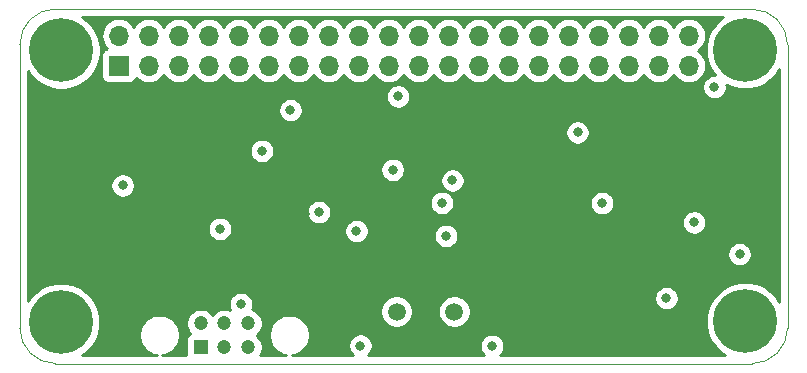
<source format=gbr>
G04 #@! TF.GenerationSoftware,KiCad,Pcbnew,(5.1.4)-1*
G04 #@! TF.CreationDate,2021-07-13T12:31:04-04:00*
G04 #@! TF.ProjectId,RocketPi,526f636b-6574-4506-992e-6b696361645f,rev?*
G04 #@! TF.SameCoordinates,Original*
G04 #@! TF.FileFunction,Copper,L2,Inr*
G04 #@! TF.FilePolarity,Positive*
%FSLAX46Y46*%
G04 Gerber Fmt 4.6, Leading zero omitted, Abs format (unit mm)*
G04 Created by KiCad (PCBNEW (5.1.4)-1) date 2021-07-13 12:31:04*
%MOMM*%
%LPD*%
G04 APERTURE LIST*
%ADD10C,0.100000*%
%ADD11C,5.400000*%
%ADD12C,1.500000*%
%ADD13O,1.700000X1.700000*%
%ADD14R,1.700000X1.700000*%
%ADD15C,1.200000*%
%ADD16R,1.200000X1.200000*%
%ADD17C,0.800000*%
%ADD18C,0.254000*%
G04 APERTURE END LIST*
D10*
X68046600Y-42164000D02*
G75*
G03X65049400Y-45161200I0J-2997200D01*
G01*
X127052600Y-72178400D02*
G75*
G03X130052600Y-69178400I0J3000000D01*
G01*
X130052600Y-45178400D02*
G75*
G03X127052600Y-42178400I-3000000J0D01*
G01*
X65052600Y-69178400D02*
G75*
G03X68052600Y-72178400I3000000J0D01*
G01*
X68046600Y-42164000D02*
X127052600Y-42178400D01*
X65049400Y-45161200D02*
X65052600Y-69178400D01*
X68052600Y-72178400D02*
X127052600Y-72178400D01*
X130052600Y-45178400D02*
X130052600Y-69178400D01*
D11*
X126466600Y-45618400D03*
X126466600Y-68605400D03*
X68529200Y-68681600D03*
X68554600Y-45669200D03*
D12*
X96948600Y-67792600D03*
X101828600Y-67792600D03*
D13*
X121691400Y-44424600D03*
X121691400Y-46964600D03*
X119151400Y-44424600D03*
X119151400Y-46964600D03*
X116611400Y-44424600D03*
X116611400Y-46964600D03*
X114071400Y-44424600D03*
X114071400Y-46964600D03*
X111531400Y-44424600D03*
X111531400Y-46964600D03*
X108991400Y-44424600D03*
X108991400Y-46964600D03*
X106451400Y-44424600D03*
X106451400Y-46964600D03*
X103911400Y-44424600D03*
X103911400Y-46964600D03*
X101371400Y-44424600D03*
X101371400Y-46964600D03*
X98831400Y-44424600D03*
X98831400Y-46964600D03*
X96291400Y-44424600D03*
X96291400Y-46964600D03*
X93751400Y-44424600D03*
X93751400Y-46964600D03*
X91211400Y-44424600D03*
X91211400Y-46964600D03*
X88671400Y-44424600D03*
X88671400Y-46964600D03*
X86131400Y-44424600D03*
X86131400Y-46964600D03*
X83591400Y-44424600D03*
X83591400Y-46964600D03*
X81051400Y-44424600D03*
X81051400Y-46964600D03*
X78511400Y-44424600D03*
X78511400Y-46964600D03*
X75971400Y-44424600D03*
X75971400Y-46964600D03*
X73431400Y-44424600D03*
D14*
X73431400Y-46964600D03*
D15*
X80372200Y-68773800D03*
X82372200Y-68773800D03*
X84372200Y-68773800D03*
X84372200Y-70773800D03*
D16*
X80372200Y-70773800D03*
D15*
X82372200Y-70773800D03*
D17*
X73761600Y-57099200D03*
X81991200Y-60782200D03*
X125984000Y-62915800D03*
X105029000Y-70688200D03*
X93878400Y-70662800D03*
X90373200Y-59359800D03*
X101142800Y-61366400D03*
X112268000Y-52603400D03*
X114350800Y-58597800D03*
X83769200Y-67157600D03*
X97078800Y-49555400D03*
X119786400Y-66649600D03*
X90093800Y-55473600D03*
X120091200Y-54203600D03*
X73863200Y-59232800D03*
X90043000Y-66573400D03*
X115087400Y-69113400D03*
X118922800Y-62534800D03*
X101727000Y-50596800D03*
X89230200Y-59486800D03*
X123850400Y-48768000D03*
X122148600Y-60223400D03*
X96621600Y-55778400D03*
X85547200Y-54178200D03*
X87960200Y-50723800D03*
X101676200Y-56667400D03*
X93548200Y-60960000D03*
X100787200Y-58572400D03*
D18*
G36*
X124587807Y-42862798D02*
G01*
X124340661Y-43027936D01*
X123876136Y-43492461D01*
X123511161Y-44038685D01*
X123259762Y-44645616D01*
X123131600Y-45289931D01*
X123131600Y-45946869D01*
X123259762Y-46591184D01*
X123511161Y-47198115D01*
X123868560Y-47733000D01*
X123748461Y-47733000D01*
X123548502Y-47772774D01*
X123360144Y-47850795D01*
X123190626Y-47964063D01*
X123046463Y-48108226D01*
X122933195Y-48277744D01*
X122855174Y-48466102D01*
X122815400Y-48666061D01*
X122815400Y-48869939D01*
X122855174Y-49069898D01*
X122933195Y-49258256D01*
X123046463Y-49427774D01*
X123190626Y-49571937D01*
X123360144Y-49685205D01*
X123548502Y-49763226D01*
X123748461Y-49803000D01*
X123952339Y-49803000D01*
X124152298Y-49763226D01*
X124340656Y-49685205D01*
X124510174Y-49571937D01*
X124654337Y-49427774D01*
X124767605Y-49258256D01*
X124845626Y-49069898D01*
X124885400Y-48869939D01*
X124885400Y-48666061D01*
X124864017Y-48558559D01*
X124886885Y-48573839D01*
X125493816Y-48825238D01*
X126138131Y-48953400D01*
X126795069Y-48953400D01*
X127439384Y-48825238D01*
X128046315Y-48573839D01*
X128592539Y-48208864D01*
X129057064Y-47744339D01*
X129367600Y-47279589D01*
X129367601Y-66944213D01*
X129057064Y-66479461D01*
X128592539Y-66014936D01*
X128046315Y-65649961D01*
X127439384Y-65398562D01*
X126795069Y-65270400D01*
X126138131Y-65270400D01*
X125493816Y-65398562D01*
X124886885Y-65649961D01*
X124340661Y-66014936D01*
X123876136Y-66479461D01*
X123511161Y-67025685D01*
X123259762Y-67632616D01*
X123131600Y-68276931D01*
X123131600Y-68933869D01*
X123259762Y-69578184D01*
X123511161Y-70185115D01*
X123876136Y-70731339D01*
X124340661Y-71195864D01*
X124785955Y-71493400D01*
X105686884Y-71493400D01*
X105688774Y-71492137D01*
X105832937Y-71347974D01*
X105946205Y-71178456D01*
X106024226Y-70990098D01*
X106064000Y-70790139D01*
X106064000Y-70586261D01*
X106024226Y-70386302D01*
X105946205Y-70197944D01*
X105832937Y-70028426D01*
X105688774Y-69884263D01*
X105519256Y-69770995D01*
X105330898Y-69692974D01*
X105130939Y-69653200D01*
X104927061Y-69653200D01*
X104727102Y-69692974D01*
X104538744Y-69770995D01*
X104369226Y-69884263D01*
X104225063Y-70028426D01*
X104111795Y-70197944D01*
X104033774Y-70386302D01*
X103994000Y-70586261D01*
X103994000Y-70790139D01*
X104033774Y-70990098D01*
X104111795Y-71178456D01*
X104225063Y-71347974D01*
X104369226Y-71492137D01*
X104371116Y-71493400D01*
X94498270Y-71493400D01*
X94538174Y-71466737D01*
X94682337Y-71322574D01*
X94795605Y-71153056D01*
X94873626Y-70964698D01*
X94913400Y-70764739D01*
X94913400Y-70560861D01*
X94873626Y-70360902D01*
X94795605Y-70172544D01*
X94682337Y-70003026D01*
X94538174Y-69858863D01*
X94368656Y-69745595D01*
X94180298Y-69667574D01*
X93980339Y-69627800D01*
X93776461Y-69627800D01*
X93576502Y-69667574D01*
X93388144Y-69745595D01*
X93218626Y-69858863D01*
X93074463Y-70003026D01*
X92961195Y-70172544D01*
X92883174Y-70360902D01*
X92843400Y-70560861D01*
X92843400Y-70764739D01*
X92883174Y-70964698D01*
X92961195Y-71153056D01*
X93074463Y-71322574D01*
X93218626Y-71466737D01*
X93258530Y-71493400D01*
X88120504Y-71493400D01*
X88378281Y-71442125D01*
X88694031Y-71311337D01*
X88978198Y-71121463D01*
X89219863Y-70879798D01*
X89409737Y-70595631D01*
X89540525Y-70279881D01*
X89607200Y-69944683D01*
X89607200Y-69602917D01*
X89540525Y-69267719D01*
X89409737Y-68951969D01*
X89219863Y-68667802D01*
X88978198Y-68426137D01*
X88694031Y-68236263D01*
X88378281Y-68105475D01*
X88043083Y-68038800D01*
X87701317Y-68038800D01*
X87366119Y-68105475D01*
X87050369Y-68236263D01*
X86766202Y-68426137D01*
X86524537Y-68667802D01*
X86334663Y-68951969D01*
X86203875Y-69267719D01*
X86137200Y-69602917D01*
X86137200Y-69944683D01*
X86203875Y-70279881D01*
X86334663Y-70595631D01*
X86524537Y-70879798D01*
X86766202Y-71121463D01*
X87050369Y-71311337D01*
X87366119Y-71442125D01*
X87623896Y-71493400D01*
X85376701Y-71493400D01*
X85466643Y-71358792D01*
X85559740Y-71134036D01*
X85607200Y-70895437D01*
X85607200Y-70652163D01*
X85559740Y-70413564D01*
X85466643Y-70188808D01*
X85331487Y-69986533D01*
X85159467Y-69814513D01*
X85098536Y-69773800D01*
X85159467Y-69733087D01*
X85331487Y-69561067D01*
X85466643Y-69358792D01*
X85559740Y-69134036D01*
X85607200Y-68895437D01*
X85607200Y-68652163D01*
X85559740Y-68413564D01*
X85466643Y-68188808D01*
X85331487Y-67986533D01*
X85159467Y-67814513D01*
X84957192Y-67679357D01*
X84901260Y-67656189D01*
X95563600Y-67656189D01*
X95563600Y-67929011D01*
X95616825Y-68196589D01*
X95721229Y-68448643D01*
X95872801Y-68675486D01*
X96065714Y-68868399D01*
X96292557Y-69019971D01*
X96544611Y-69124375D01*
X96812189Y-69177600D01*
X97085011Y-69177600D01*
X97352589Y-69124375D01*
X97604643Y-69019971D01*
X97831486Y-68868399D01*
X98024399Y-68675486D01*
X98175971Y-68448643D01*
X98280375Y-68196589D01*
X98333600Y-67929011D01*
X98333600Y-67656189D01*
X100443600Y-67656189D01*
X100443600Y-67929011D01*
X100496825Y-68196589D01*
X100601229Y-68448643D01*
X100752801Y-68675486D01*
X100945714Y-68868399D01*
X101172557Y-69019971D01*
X101424611Y-69124375D01*
X101692189Y-69177600D01*
X101965011Y-69177600D01*
X102232589Y-69124375D01*
X102484643Y-69019971D01*
X102711486Y-68868399D01*
X102904399Y-68675486D01*
X103055971Y-68448643D01*
X103160375Y-68196589D01*
X103213600Y-67929011D01*
X103213600Y-67656189D01*
X103160375Y-67388611D01*
X103055971Y-67136557D01*
X102904399Y-66909714D01*
X102711486Y-66716801D01*
X102484643Y-66565229D01*
X102442231Y-66547661D01*
X118751400Y-66547661D01*
X118751400Y-66751539D01*
X118791174Y-66951498D01*
X118869195Y-67139856D01*
X118982463Y-67309374D01*
X119126626Y-67453537D01*
X119296144Y-67566805D01*
X119484502Y-67644826D01*
X119684461Y-67684600D01*
X119888339Y-67684600D01*
X120088298Y-67644826D01*
X120276656Y-67566805D01*
X120446174Y-67453537D01*
X120590337Y-67309374D01*
X120703605Y-67139856D01*
X120781626Y-66951498D01*
X120821400Y-66751539D01*
X120821400Y-66547661D01*
X120781626Y-66347702D01*
X120703605Y-66159344D01*
X120590337Y-65989826D01*
X120446174Y-65845663D01*
X120276656Y-65732395D01*
X120088298Y-65654374D01*
X119888339Y-65614600D01*
X119684461Y-65614600D01*
X119484502Y-65654374D01*
X119296144Y-65732395D01*
X119126626Y-65845663D01*
X118982463Y-65989826D01*
X118869195Y-66159344D01*
X118791174Y-66347702D01*
X118751400Y-66547661D01*
X102442231Y-66547661D01*
X102232589Y-66460825D01*
X101965011Y-66407600D01*
X101692189Y-66407600D01*
X101424611Y-66460825D01*
X101172557Y-66565229D01*
X100945714Y-66716801D01*
X100752801Y-66909714D01*
X100601229Y-67136557D01*
X100496825Y-67388611D01*
X100443600Y-67656189D01*
X98333600Y-67656189D01*
X98280375Y-67388611D01*
X98175971Y-67136557D01*
X98024399Y-66909714D01*
X97831486Y-66716801D01*
X97604643Y-66565229D01*
X97352589Y-66460825D01*
X97085011Y-66407600D01*
X96812189Y-66407600D01*
X96544611Y-66460825D01*
X96292557Y-66565229D01*
X96065714Y-66716801D01*
X95872801Y-66909714D01*
X95721229Y-67136557D01*
X95616825Y-67388611D01*
X95563600Y-67656189D01*
X84901260Y-67656189D01*
X84732436Y-67586260D01*
X84713481Y-67582490D01*
X84764426Y-67459498D01*
X84804200Y-67259539D01*
X84804200Y-67055661D01*
X84764426Y-66855702D01*
X84686405Y-66667344D01*
X84573137Y-66497826D01*
X84428974Y-66353663D01*
X84259456Y-66240395D01*
X84071098Y-66162374D01*
X83871139Y-66122600D01*
X83667261Y-66122600D01*
X83467302Y-66162374D01*
X83278944Y-66240395D01*
X83109426Y-66353663D01*
X82965263Y-66497826D01*
X82851995Y-66667344D01*
X82773974Y-66855702D01*
X82734200Y-67055661D01*
X82734200Y-67259539D01*
X82773974Y-67459498D01*
X82845958Y-67633283D01*
X82732436Y-67586260D01*
X82493837Y-67538800D01*
X82250563Y-67538800D01*
X82011964Y-67586260D01*
X81787208Y-67679357D01*
X81584933Y-67814513D01*
X81412913Y-67986533D01*
X81372200Y-68047464D01*
X81331487Y-67986533D01*
X81159467Y-67814513D01*
X80957192Y-67679357D01*
X80732436Y-67586260D01*
X80493837Y-67538800D01*
X80250563Y-67538800D01*
X80011964Y-67586260D01*
X79787208Y-67679357D01*
X79584933Y-67814513D01*
X79412913Y-67986533D01*
X79277757Y-68188808D01*
X79184660Y-68413564D01*
X79137200Y-68652163D01*
X79137200Y-68895437D01*
X79184660Y-69134036D01*
X79277757Y-69358792D01*
X79412913Y-69561067D01*
X79468147Y-69616301D01*
X79417706Y-69643263D01*
X79321015Y-69722615D01*
X79241663Y-69819306D01*
X79182698Y-69929620D01*
X79146388Y-70049318D01*
X79134128Y-70173800D01*
X79134128Y-71373800D01*
X79145907Y-71493400D01*
X77120504Y-71493400D01*
X77378281Y-71442125D01*
X77694031Y-71311337D01*
X77978198Y-71121463D01*
X78219863Y-70879798D01*
X78409737Y-70595631D01*
X78540525Y-70279881D01*
X78607200Y-69944683D01*
X78607200Y-69602917D01*
X78540525Y-69267719D01*
X78409737Y-68951969D01*
X78219863Y-68667802D01*
X77978198Y-68426137D01*
X77694031Y-68236263D01*
X77378281Y-68105475D01*
X77043083Y-68038800D01*
X76701317Y-68038800D01*
X76366119Y-68105475D01*
X76050369Y-68236263D01*
X75766202Y-68426137D01*
X75524537Y-68667802D01*
X75334663Y-68951969D01*
X75203875Y-69267719D01*
X75137200Y-69602917D01*
X75137200Y-69944683D01*
X75203875Y-70279881D01*
X75334663Y-70595631D01*
X75524537Y-70879798D01*
X75766202Y-71121463D01*
X76050369Y-71311337D01*
X76366119Y-71442125D01*
X76623896Y-71493400D01*
X70323886Y-71493400D01*
X70655139Y-71272064D01*
X71119664Y-70807539D01*
X71484639Y-70261315D01*
X71736038Y-69654384D01*
X71864200Y-69010069D01*
X71864200Y-68353131D01*
X71736038Y-67708816D01*
X71484639Y-67101885D01*
X71119664Y-66555661D01*
X70655139Y-66091136D01*
X70108915Y-65726161D01*
X69501984Y-65474762D01*
X68857669Y-65346600D01*
X68200731Y-65346600D01*
X67556416Y-65474762D01*
X66949485Y-65726161D01*
X66403261Y-66091136D01*
X65938736Y-66555661D01*
X65737290Y-66857146D01*
X65736752Y-62813861D01*
X124949000Y-62813861D01*
X124949000Y-63017739D01*
X124988774Y-63217698D01*
X125066795Y-63406056D01*
X125180063Y-63575574D01*
X125324226Y-63719737D01*
X125493744Y-63833005D01*
X125682102Y-63911026D01*
X125882061Y-63950800D01*
X126085939Y-63950800D01*
X126285898Y-63911026D01*
X126474256Y-63833005D01*
X126643774Y-63719737D01*
X126787937Y-63575574D01*
X126901205Y-63406056D01*
X126979226Y-63217698D01*
X127019000Y-63017739D01*
X127019000Y-62813861D01*
X126979226Y-62613902D01*
X126901205Y-62425544D01*
X126787937Y-62256026D01*
X126643774Y-62111863D01*
X126474256Y-61998595D01*
X126285898Y-61920574D01*
X126085939Y-61880800D01*
X125882061Y-61880800D01*
X125682102Y-61920574D01*
X125493744Y-61998595D01*
X125324226Y-62111863D01*
X125180063Y-62256026D01*
X125066795Y-62425544D01*
X124988774Y-62613902D01*
X124949000Y-62813861D01*
X65736752Y-62813861D01*
X65736468Y-60680261D01*
X80956200Y-60680261D01*
X80956200Y-60884139D01*
X80995974Y-61084098D01*
X81073995Y-61272456D01*
X81187263Y-61441974D01*
X81331426Y-61586137D01*
X81500944Y-61699405D01*
X81689302Y-61777426D01*
X81889261Y-61817200D01*
X82093139Y-61817200D01*
X82293098Y-61777426D01*
X82481456Y-61699405D01*
X82650974Y-61586137D01*
X82795137Y-61441974D01*
X82908405Y-61272456D01*
X82986426Y-61084098D01*
X83026200Y-60884139D01*
X83026200Y-60858061D01*
X92513200Y-60858061D01*
X92513200Y-61061939D01*
X92552974Y-61261898D01*
X92630995Y-61450256D01*
X92744263Y-61619774D01*
X92888426Y-61763937D01*
X93057944Y-61877205D01*
X93246302Y-61955226D01*
X93446261Y-61995000D01*
X93650139Y-61995000D01*
X93850098Y-61955226D01*
X94038456Y-61877205D01*
X94207974Y-61763937D01*
X94352137Y-61619774D01*
X94465405Y-61450256D01*
X94542364Y-61264461D01*
X100107800Y-61264461D01*
X100107800Y-61468339D01*
X100147574Y-61668298D01*
X100225595Y-61856656D01*
X100338863Y-62026174D01*
X100483026Y-62170337D01*
X100652544Y-62283605D01*
X100840902Y-62361626D01*
X101040861Y-62401400D01*
X101244739Y-62401400D01*
X101444698Y-62361626D01*
X101633056Y-62283605D01*
X101802574Y-62170337D01*
X101946737Y-62026174D01*
X102060005Y-61856656D01*
X102138026Y-61668298D01*
X102177800Y-61468339D01*
X102177800Y-61264461D01*
X102138026Y-61064502D01*
X102060005Y-60876144D01*
X101946737Y-60706626D01*
X101802574Y-60562463D01*
X101633056Y-60449195D01*
X101444698Y-60371174D01*
X101244739Y-60331400D01*
X101040861Y-60331400D01*
X100840902Y-60371174D01*
X100652544Y-60449195D01*
X100483026Y-60562463D01*
X100338863Y-60706626D01*
X100225595Y-60876144D01*
X100147574Y-61064502D01*
X100107800Y-61264461D01*
X94542364Y-61264461D01*
X94543426Y-61261898D01*
X94583200Y-61061939D01*
X94583200Y-60858061D01*
X94543426Y-60658102D01*
X94465405Y-60469744D01*
X94352137Y-60300226D01*
X94207974Y-60156063D01*
X94156189Y-60121461D01*
X121113600Y-60121461D01*
X121113600Y-60325339D01*
X121153374Y-60525298D01*
X121231395Y-60713656D01*
X121344663Y-60883174D01*
X121488826Y-61027337D01*
X121658344Y-61140605D01*
X121846702Y-61218626D01*
X122046661Y-61258400D01*
X122250539Y-61258400D01*
X122450498Y-61218626D01*
X122638856Y-61140605D01*
X122808374Y-61027337D01*
X122952537Y-60883174D01*
X123065805Y-60713656D01*
X123143826Y-60525298D01*
X123183600Y-60325339D01*
X123183600Y-60121461D01*
X123143826Y-59921502D01*
X123065805Y-59733144D01*
X122952537Y-59563626D01*
X122808374Y-59419463D01*
X122638856Y-59306195D01*
X122450498Y-59228174D01*
X122250539Y-59188400D01*
X122046661Y-59188400D01*
X121846702Y-59228174D01*
X121658344Y-59306195D01*
X121488826Y-59419463D01*
X121344663Y-59563626D01*
X121231395Y-59733144D01*
X121153374Y-59921502D01*
X121113600Y-60121461D01*
X94156189Y-60121461D01*
X94038456Y-60042795D01*
X93850098Y-59964774D01*
X93650139Y-59925000D01*
X93446261Y-59925000D01*
X93246302Y-59964774D01*
X93057944Y-60042795D01*
X92888426Y-60156063D01*
X92744263Y-60300226D01*
X92630995Y-60469744D01*
X92552974Y-60658102D01*
X92513200Y-60858061D01*
X83026200Y-60858061D01*
X83026200Y-60680261D01*
X82986426Y-60480302D01*
X82908405Y-60291944D01*
X82795137Y-60122426D01*
X82650974Y-59978263D01*
X82481456Y-59864995D01*
X82293098Y-59786974D01*
X82093139Y-59747200D01*
X81889261Y-59747200D01*
X81689302Y-59786974D01*
X81500944Y-59864995D01*
X81331426Y-59978263D01*
X81187263Y-60122426D01*
X81073995Y-60291944D01*
X80995974Y-60480302D01*
X80956200Y-60680261D01*
X65736468Y-60680261D01*
X65736279Y-59257861D01*
X89338200Y-59257861D01*
X89338200Y-59461739D01*
X89377974Y-59661698D01*
X89455995Y-59850056D01*
X89569263Y-60019574D01*
X89713426Y-60163737D01*
X89882944Y-60277005D01*
X90071302Y-60355026D01*
X90271261Y-60394800D01*
X90475139Y-60394800D01*
X90675098Y-60355026D01*
X90863456Y-60277005D01*
X91032974Y-60163737D01*
X91177137Y-60019574D01*
X91290405Y-59850056D01*
X91368426Y-59661698D01*
X91408200Y-59461739D01*
X91408200Y-59257861D01*
X91368426Y-59057902D01*
X91290405Y-58869544D01*
X91177137Y-58700026D01*
X91032974Y-58555863D01*
X90905161Y-58470461D01*
X99752200Y-58470461D01*
X99752200Y-58674339D01*
X99791974Y-58874298D01*
X99869995Y-59062656D01*
X99983263Y-59232174D01*
X100127426Y-59376337D01*
X100296944Y-59489605D01*
X100485302Y-59567626D01*
X100685261Y-59607400D01*
X100889139Y-59607400D01*
X101089098Y-59567626D01*
X101277456Y-59489605D01*
X101446974Y-59376337D01*
X101591137Y-59232174D01*
X101704405Y-59062656D01*
X101782426Y-58874298D01*
X101822200Y-58674339D01*
X101822200Y-58495861D01*
X113315800Y-58495861D01*
X113315800Y-58699739D01*
X113355574Y-58899698D01*
X113433595Y-59088056D01*
X113546863Y-59257574D01*
X113691026Y-59401737D01*
X113860544Y-59515005D01*
X114048902Y-59593026D01*
X114248861Y-59632800D01*
X114452739Y-59632800D01*
X114652698Y-59593026D01*
X114841056Y-59515005D01*
X115010574Y-59401737D01*
X115154737Y-59257574D01*
X115268005Y-59088056D01*
X115346026Y-58899698D01*
X115385800Y-58699739D01*
X115385800Y-58495861D01*
X115346026Y-58295902D01*
X115268005Y-58107544D01*
X115154737Y-57938026D01*
X115010574Y-57793863D01*
X114841056Y-57680595D01*
X114652698Y-57602574D01*
X114452739Y-57562800D01*
X114248861Y-57562800D01*
X114048902Y-57602574D01*
X113860544Y-57680595D01*
X113691026Y-57793863D01*
X113546863Y-57938026D01*
X113433595Y-58107544D01*
X113355574Y-58295902D01*
X113315800Y-58495861D01*
X101822200Y-58495861D01*
X101822200Y-58470461D01*
X101782426Y-58270502D01*
X101704405Y-58082144D01*
X101591137Y-57912626D01*
X101446974Y-57768463D01*
X101277456Y-57655195D01*
X101089098Y-57577174D01*
X100889139Y-57537400D01*
X100685261Y-57537400D01*
X100485302Y-57577174D01*
X100296944Y-57655195D01*
X100127426Y-57768463D01*
X99983263Y-57912626D01*
X99869995Y-58082144D01*
X99791974Y-58270502D01*
X99752200Y-58470461D01*
X90905161Y-58470461D01*
X90863456Y-58442595D01*
X90675098Y-58364574D01*
X90475139Y-58324800D01*
X90271261Y-58324800D01*
X90071302Y-58364574D01*
X89882944Y-58442595D01*
X89713426Y-58555863D01*
X89569263Y-58700026D01*
X89455995Y-58869544D01*
X89377974Y-59057902D01*
X89338200Y-59257861D01*
X65736279Y-59257861D01*
X65735977Y-56997261D01*
X72726600Y-56997261D01*
X72726600Y-57201139D01*
X72766374Y-57401098D01*
X72844395Y-57589456D01*
X72957663Y-57758974D01*
X73101826Y-57903137D01*
X73271344Y-58016405D01*
X73459702Y-58094426D01*
X73659661Y-58134200D01*
X73863539Y-58134200D01*
X74063498Y-58094426D01*
X74251856Y-58016405D01*
X74421374Y-57903137D01*
X74565537Y-57758974D01*
X74678805Y-57589456D01*
X74756826Y-57401098D01*
X74796600Y-57201139D01*
X74796600Y-56997261D01*
X74756826Y-56797302D01*
X74678805Y-56608944D01*
X74565537Y-56439426D01*
X74421374Y-56295263D01*
X74251856Y-56181995D01*
X74063498Y-56103974D01*
X73863539Y-56064200D01*
X73659661Y-56064200D01*
X73459702Y-56103974D01*
X73271344Y-56181995D01*
X73101826Y-56295263D01*
X72957663Y-56439426D01*
X72844395Y-56608944D01*
X72766374Y-56797302D01*
X72726600Y-56997261D01*
X65735977Y-56997261D01*
X65735802Y-55676461D01*
X95586600Y-55676461D01*
X95586600Y-55880339D01*
X95626374Y-56080298D01*
X95704395Y-56268656D01*
X95817663Y-56438174D01*
X95961826Y-56582337D01*
X96131344Y-56695605D01*
X96319702Y-56773626D01*
X96519661Y-56813400D01*
X96723539Y-56813400D01*
X96923498Y-56773626D01*
X97111856Y-56695605D01*
X97281374Y-56582337D01*
X97298250Y-56565461D01*
X100641200Y-56565461D01*
X100641200Y-56769339D01*
X100680974Y-56969298D01*
X100758995Y-57157656D01*
X100872263Y-57327174D01*
X101016426Y-57471337D01*
X101185944Y-57584605D01*
X101374302Y-57662626D01*
X101574261Y-57702400D01*
X101778139Y-57702400D01*
X101978098Y-57662626D01*
X102166456Y-57584605D01*
X102335974Y-57471337D01*
X102480137Y-57327174D01*
X102593405Y-57157656D01*
X102671426Y-56969298D01*
X102711200Y-56769339D01*
X102711200Y-56565461D01*
X102671426Y-56365502D01*
X102593405Y-56177144D01*
X102480137Y-56007626D01*
X102335974Y-55863463D01*
X102166456Y-55750195D01*
X101978098Y-55672174D01*
X101778139Y-55632400D01*
X101574261Y-55632400D01*
X101374302Y-55672174D01*
X101185944Y-55750195D01*
X101016426Y-55863463D01*
X100872263Y-56007626D01*
X100758995Y-56177144D01*
X100680974Y-56365502D01*
X100641200Y-56565461D01*
X97298250Y-56565461D01*
X97425537Y-56438174D01*
X97538805Y-56268656D01*
X97616826Y-56080298D01*
X97656600Y-55880339D01*
X97656600Y-55676461D01*
X97616826Y-55476502D01*
X97538805Y-55288144D01*
X97425537Y-55118626D01*
X97281374Y-54974463D01*
X97111856Y-54861195D01*
X96923498Y-54783174D01*
X96723539Y-54743400D01*
X96519661Y-54743400D01*
X96319702Y-54783174D01*
X96131344Y-54861195D01*
X95961826Y-54974463D01*
X95817663Y-55118626D01*
X95704395Y-55288144D01*
X95626374Y-55476502D01*
X95586600Y-55676461D01*
X65735802Y-55676461D01*
X65735588Y-54076261D01*
X84512200Y-54076261D01*
X84512200Y-54280139D01*
X84551974Y-54480098D01*
X84629995Y-54668456D01*
X84743263Y-54837974D01*
X84887426Y-54982137D01*
X85056944Y-55095405D01*
X85245302Y-55173426D01*
X85445261Y-55213200D01*
X85649139Y-55213200D01*
X85849098Y-55173426D01*
X86037456Y-55095405D01*
X86206974Y-54982137D01*
X86351137Y-54837974D01*
X86464405Y-54668456D01*
X86542426Y-54480098D01*
X86582200Y-54280139D01*
X86582200Y-54076261D01*
X86542426Y-53876302D01*
X86464405Y-53687944D01*
X86351137Y-53518426D01*
X86206974Y-53374263D01*
X86037456Y-53260995D01*
X85849098Y-53182974D01*
X85649139Y-53143200D01*
X85445261Y-53143200D01*
X85245302Y-53182974D01*
X85056944Y-53260995D01*
X84887426Y-53374263D01*
X84743263Y-53518426D01*
X84629995Y-53687944D01*
X84551974Y-53876302D01*
X84512200Y-54076261D01*
X65735588Y-54076261D01*
X65735379Y-52501461D01*
X111233000Y-52501461D01*
X111233000Y-52705339D01*
X111272774Y-52905298D01*
X111350795Y-53093656D01*
X111464063Y-53263174D01*
X111608226Y-53407337D01*
X111777744Y-53520605D01*
X111966102Y-53598626D01*
X112166061Y-53638400D01*
X112369939Y-53638400D01*
X112569898Y-53598626D01*
X112758256Y-53520605D01*
X112927774Y-53407337D01*
X113071937Y-53263174D01*
X113185205Y-53093656D01*
X113263226Y-52905298D01*
X113303000Y-52705339D01*
X113303000Y-52501461D01*
X113263226Y-52301502D01*
X113185205Y-52113144D01*
X113071937Y-51943626D01*
X112927774Y-51799463D01*
X112758256Y-51686195D01*
X112569898Y-51608174D01*
X112369939Y-51568400D01*
X112166061Y-51568400D01*
X111966102Y-51608174D01*
X111777744Y-51686195D01*
X111608226Y-51799463D01*
X111464063Y-51943626D01*
X111350795Y-52113144D01*
X111272774Y-52301502D01*
X111233000Y-52501461D01*
X65735379Y-52501461D01*
X65735128Y-50621861D01*
X86925200Y-50621861D01*
X86925200Y-50825739D01*
X86964974Y-51025698D01*
X87042995Y-51214056D01*
X87156263Y-51383574D01*
X87300426Y-51527737D01*
X87469944Y-51641005D01*
X87658302Y-51719026D01*
X87858261Y-51758800D01*
X88062139Y-51758800D01*
X88262098Y-51719026D01*
X88450456Y-51641005D01*
X88619974Y-51527737D01*
X88764137Y-51383574D01*
X88877405Y-51214056D01*
X88955426Y-51025698D01*
X88995200Y-50825739D01*
X88995200Y-50621861D01*
X88955426Y-50421902D01*
X88877405Y-50233544D01*
X88764137Y-50064026D01*
X88619974Y-49919863D01*
X88450456Y-49806595D01*
X88262098Y-49728574D01*
X88062139Y-49688800D01*
X87858261Y-49688800D01*
X87658302Y-49728574D01*
X87469944Y-49806595D01*
X87300426Y-49919863D01*
X87156263Y-50064026D01*
X87042995Y-50233544D01*
X86964974Y-50421902D01*
X86925200Y-50621861D01*
X65735128Y-50621861D01*
X65734973Y-49453461D01*
X96043800Y-49453461D01*
X96043800Y-49657339D01*
X96083574Y-49857298D01*
X96161595Y-50045656D01*
X96274863Y-50215174D01*
X96419026Y-50359337D01*
X96588544Y-50472605D01*
X96776902Y-50550626D01*
X96976861Y-50590400D01*
X97180739Y-50590400D01*
X97380698Y-50550626D01*
X97569056Y-50472605D01*
X97738574Y-50359337D01*
X97882737Y-50215174D01*
X97996005Y-50045656D01*
X98074026Y-49857298D01*
X98113800Y-49657339D01*
X98113800Y-49453461D01*
X98074026Y-49253502D01*
X97996005Y-49065144D01*
X97882737Y-48895626D01*
X97738574Y-48751463D01*
X97569056Y-48638195D01*
X97380698Y-48560174D01*
X97180739Y-48520400D01*
X96976861Y-48520400D01*
X96776902Y-48560174D01*
X96588544Y-48638195D01*
X96419026Y-48751463D01*
X96274863Y-48895626D01*
X96161595Y-49065144D01*
X96083574Y-49253502D01*
X96043800Y-49453461D01*
X65734973Y-49453461D01*
X65734705Y-47451771D01*
X65964136Y-47795139D01*
X66428661Y-48259664D01*
X66974885Y-48624639D01*
X67581816Y-48876038D01*
X68226131Y-49004200D01*
X68883069Y-49004200D01*
X69527384Y-48876038D01*
X70134315Y-48624639D01*
X70680539Y-48259664D01*
X71145064Y-47795139D01*
X71510039Y-47248915D01*
X71761438Y-46641984D01*
X71889600Y-45997669D01*
X71889600Y-45340731D01*
X71761438Y-44696416D01*
X71648849Y-44424600D01*
X71939215Y-44424600D01*
X71967887Y-44715711D01*
X72052801Y-44995634D01*
X72190694Y-45253614D01*
X72376266Y-45479734D01*
X72406087Y-45504207D01*
X72337220Y-45525098D01*
X72226906Y-45584063D01*
X72130215Y-45663415D01*
X72050863Y-45760106D01*
X71991898Y-45870420D01*
X71955588Y-45990118D01*
X71943328Y-46114600D01*
X71943328Y-47814600D01*
X71955588Y-47939082D01*
X71991898Y-48058780D01*
X72050863Y-48169094D01*
X72130215Y-48265785D01*
X72226906Y-48345137D01*
X72337220Y-48404102D01*
X72456918Y-48440412D01*
X72581400Y-48452672D01*
X74281400Y-48452672D01*
X74405882Y-48440412D01*
X74525580Y-48404102D01*
X74635894Y-48345137D01*
X74732585Y-48265785D01*
X74811937Y-48169094D01*
X74870902Y-48058780D01*
X74891793Y-47989913D01*
X74916266Y-48019734D01*
X75142386Y-48205306D01*
X75400366Y-48343199D01*
X75680289Y-48428113D01*
X75898450Y-48449600D01*
X76044350Y-48449600D01*
X76262511Y-48428113D01*
X76542434Y-48343199D01*
X76800414Y-48205306D01*
X77026534Y-48019734D01*
X77212106Y-47793614D01*
X77241400Y-47738809D01*
X77270694Y-47793614D01*
X77456266Y-48019734D01*
X77682386Y-48205306D01*
X77940366Y-48343199D01*
X78220289Y-48428113D01*
X78438450Y-48449600D01*
X78584350Y-48449600D01*
X78802511Y-48428113D01*
X79082434Y-48343199D01*
X79340414Y-48205306D01*
X79566534Y-48019734D01*
X79752106Y-47793614D01*
X79781400Y-47738809D01*
X79810694Y-47793614D01*
X79996266Y-48019734D01*
X80222386Y-48205306D01*
X80480366Y-48343199D01*
X80760289Y-48428113D01*
X80978450Y-48449600D01*
X81124350Y-48449600D01*
X81342511Y-48428113D01*
X81622434Y-48343199D01*
X81880414Y-48205306D01*
X82106534Y-48019734D01*
X82292106Y-47793614D01*
X82321400Y-47738809D01*
X82350694Y-47793614D01*
X82536266Y-48019734D01*
X82762386Y-48205306D01*
X83020366Y-48343199D01*
X83300289Y-48428113D01*
X83518450Y-48449600D01*
X83664350Y-48449600D01*
X83882511Y-48428113D01*
X84162434Y-48343199D01*
X84420414Y-48205306D01*
X84646534Y-48019734D01*
X84832106Y-47793614D01*
X84861400Y-47738809D01*
X84890694Y-47793614D01*
X85076266Y-48019734D01*
X85302386Y-48205306D01*
X85560366Y-48343199D01*
X85840289Y-48428113D01*
X86058450Y-48449600D01*
X86204350Y-48449600D01*
X86422511Y-48428113D01*
X86702434Y-48343199D01*
X86960414Y-48205306D01*
X87186534Y-48019734D01*
X87372106Y-47793614D01*
X87401400Y-47738809D01*
X87430694Y-47793614D01*
X87616266Y-48019734D01*
X87842386Y-48205306D01*
X88100366Y-48343199D01*
X88380289Y-48428113D01*
X88598450Y-48449600D01*
X88744350Y-48449600D01*
X88962511Y-48428113D01*
X89242434Y-48343199D01*
X89500414Y-48205306D01*
X89726534Y-48019734D01*
X89912106Y-47793614D01*
X89941400Y-47738809D01*
X89970694Y-47793614D01*
X90156266Y-48019734D01*
X90382386Y-48205306D01*
X90640366Y-48343199D01*
X90920289Y-48428113D01*
X91138450Y-48449600D01*
X91284350Y-48449600D01*
X91502511Y-48428113D01*
X91782434Y-48343199D01*
X92040414Y-48205306D01*
X92266534Y-48019734D01*
X92452106Y-47793614D01*
X92481400Y-47738809D01*
X92510694Y-47793614D01*
X92696266Y-48019734D01*
X92922386Y-48205306D01*
X93180366Y-48343199D01*
X93460289Y-48428113D01*
X93678450Y-48449600D01*
X93824350Y-48449600D01*
X94042511Y-48428113D01*
X94322434Y-48343199D01*
X94580414Y-48205306D01*
X94806534Y-48019734D01*
X94992106Y-47793614D01*
X95021400Y-47738809D01*
X95050694Y-47793614D01*
X95236266Y-48019734D01*
X95462386Y-48205306D01*
X95720366Y-48343199D01*
X96000289Y-48428113D01*
X96218450Y-48449600D01*
X96364350Y-48449600D01*
X96582511Y-48428113D01*
X96862434Y-48343199D01*
X97120414Y-48205306D01*
X97346534Y-48019734D01*
X97532106Y-47793614D01*
X97561400Y-47738809D01*
X97590694Y-47793614D01*
X97776266Y-48019734D01*
X98002386Y-48205306D01*
X98260366Y-48343199D01*
X98540289Y-48428113D01*
X98758450Y-48449600D01*
X98904350Y-48449600D01*
X99122511Y-48428113D01*
X99402434Y-48343199D01*
X99660414Y-48205306D01*
X99886534Y-48019734D01*
X100072106Y-47793614D01*
X100101400Y-47738809D01*
X100130694Y-47793614D01*
X100316266Y-48019734D01*
X100542386Y-48205306D01*
X100800366Y-48343199D01*
X101080289Y-48428113D01*
X101298450Y-48449600D01*
X101444350Y-48449600D01*
X101662511Y-48428113D01*
X101942434Y-48343199D01*
X102200414Y-48205306D01*
X102426534Y-48019734D01*
X102612106Y-47793614D01*
X102641400Y-47738809D01*
X102670694Y-47793614D01*
X102856266Y-48019734D01*
X103082386Y-48205306D01*
X103340366Y-48343199D01*
X103620289Y-48428113D01*
X103838450Y-48449600D01*
X103984350Y-48449600D01*
X104202511Y-48428113D01*
X104482434Y-48343199D01*
X104740414Y-48205306D01*
X104966534Y-48019734D01*
X105152106Y-47793614D01*
X105181400Y-47738809D01*
X105210694Y-47793614D01*
X105396266Y-48019734D01*
X105622386Y-48205306D01*
X105880366Y-48343199D01*
X106160289Y-48428113D01*
X106378450Y-48449600D01*
X106524350Y-48449600D01*
X106742511Y-48428113D01*
X107022434Y-48343199D01*
X107280414Y-48205306D01*
X107506534Y-48019734D01*
X107692106Y-47793614D01*
X107721400Y-47738809D01*
X107750694Y-47793614D01*
X107936266Y-48019734D01*
X108162386Y-48205306D01*
X108420366Y-48343199D01*
X108700289Y-48428113D01*
X108918450Y-48449600D01*
X109064350Y-48449600D01*
X109282511Y-48428113D01*
X109562434Y-48343199D01*
X109820414Y-48205306D01*
X110046534Y-48019734D01*
X110232106Y-47793614D01*
X110261400Y-47738809D01*
X110290694Y-47793614D01*
X110476266Y-48019734D01*
X110702386Y-48205306D01*
X110960366Y-48343199D01*
X111240289Y-48428113D01*
X111458450Y-48449600D01*
X111604350Y-48449600D01*
X111822511Y-48428113D01*
X112102434Y-48343199D01*
X112360414Y-48205306D01*
X112586534Y-48019734D01*
X112772106Y-47793614D01*
X112801400Y-47738809D01*
X112830694Y-47793614D01*
X113016266Y-48019734D01*
X113242386Y-48205306D01*
X113500366Y-48343199D01*
X113780289Y-48428113D01*
X113998450Y-48449600D01*
X114144350Y-48449600D01*
X114362511Y-48428113D01*
X114642434Y-48343199D01*
X114900414Y-48205306D01*
X115126534Y-48019734D01*
X115312106Y-47793614D01*
X115341400Y-47738809D01*
X115370694Y-47793614D01*
X115556266Y-48019734D01*
X115782386Y-48205306D01*
X116040366Y-48343199D01*
X116320289Y-48428113D01*
X116538450Y-48449600D01*
X116684350Y-48449600D01*
X116902511Y-48428113D01*
X117182434Y-48343199D01*
X117440414Y-48205306D01*
X117666534Y-48019734D01*
X117852106Y-47793614D01*
X117881400Y-47738809D01*
X117910694Y-47793614D01*
X118096266Y-48019734D01*
X118322386Y-48205306D01*
X118580366Y-48343199D01*
X118860289Y-48428113D01*
X119078450Y-48449600D01*
X119224350Y-48449600D01*
X119442511Y-48428113D01*
X119722434Y-48343199D01*
X119980414Y-48205306D01*
X120206534Y-48019734D01*
X120392106Y-47793614D01*
X120421400Y-47738809D01*
X120450694Y-47793614D01*
X120636266Y-48019734D01*
X120862386Y-48205306D01*
X121120366Y-48343199D01*
X121400289Y-48428113D01*
X121618450Y-48449600D01*
X121764350Y-48449600D01*
X121982511Y-48428113D01*
X122262434Y-48343199D01*
X122520414Y-48205306D01*
X122746534Y-48019734D01*
X122932106Y-47793614D01*
X123069999Y-47535634D01*
X123154913Y-47255711D01*
X123183585Y-46964600D01*
X123154913Y-46673489D01*
X123069999Y-46393566D01*
X122932106Y-46135586D01*
X122746534Y-45909466D01*
X122520414Y-45723894D01*
X122465609Y-45694600D01*
X122520414Y-45665306D01*
X122746534Y-45479734D01*
X122932106Y-45253614D01*
X123069999Y-44995634D01*
X123154913Y-44715711D01*
X123183585Y-44424600D01*
X123154913Y-44133489D01*
X123069999Y-43853566D01*
X122932106Y-43595586D01*
X122746534Y-43369466D01*
X122520414Y-43183894D01*
X122262434Y-43046001D01*
X121982511Y-42961087D01*
X121764350Y-42939600D01*
X121618450Y-42939600D01*
X121400289Y-42961087D01*
X121120366Y-43046001D01*
X120862386Y-43183894D01*
X120636266Y-43369466D01*
X120450694Y-43595586D01*
X120421400Y-43650391D01*
X120392106Y-43595586D01*
X120206534Y-43369466D01*
X119980414Y-43183894D01*
X119722434Y-43046001D01*
X119442511Y-42961087D01*
X119224350Y-42939600D01*
X119078450Y-42939600D01*
X118860289Y-42961087D01*
X118580366Y-43046001D01*
X118322386Y-43183894D01*
X118096266Y-43369466D01*
X117910694Y-43595586D01*
X117881400Y-43650391D01*
X117852106Y-43595586D01*
X117666534Y-43369466D01*
X117440414Y-43183894D01*
X117182434Y-43046001D01*
X116902511Y-42961087D01*
X116684350Y-42939600D01*
X116538450Y-42939600D01*
X116320289Y-42961087D01*
X116040366Y-43046001D01*
X115782386Y-43183894D01*
X115556266Y-43369466D01*
X115370694Y-43595586D01*
X115341400Y-43650391D01*
X115312106Y-43595586D01*
X115126534Y-43369466D01*
X114900414Y-43183894D01*
X114642434Y-43046001D01*
X114362511Y-42961087D01*
X114144350Y-42939600D01*
X113998450Y-42939600D01*
X113780289Y-42961087D01*
X113500366Y-43046001D01*
X113242386Y-43183894D01*
X113016266Y-43369466D01*
X112830694Y-43595586D01*
X112801400Y-43650391D01*
X112772106Y-43595586D01*
X112586534Y-43369466D01*
X112360414Y-43183894D01*
X112102434Y-43046001D01*
X111822511Y-42961087D01*
X111604350Y-42939600D01*
X111458450Y-42939600D01*
X111240289Y-42961087D01*
X110960366Y-43046001D01*
X110702386Y-43183894D01*
X110476266Y-43369466D01*
X110290694Y-43595586D01*
X110261400Y-43650391D01*
X110232106Y-43595586D01*
X110046534Y-43369466D01*
X109820414Y-43183894D01*
X109562434Y-43046001D01*
X109282511Y-42961087D01*
X109064350Y-42939600D01*
X108918450Y-42939600D01*
X108700289Y-42961087D01*
X108420366Y-43046001D01*
X108162386Y-43183894D01*
X107936266Y-43369466D01*
X107750694Y-43595586D01*
X107721400Y-43650391D01*
X107692106Y-43595586D01*
X107506534Y-43369466D01*
X107280414Y-43183894D01*
X107022434Y-43046001D01*
X106742511Y-42961087D01*
X106524350Y-42939600D01*
X106378450Y-42939600D01*
X106160289Y-42961087D01*
X105880366Y-43046001D01*
X105622386Y-43183894D01*
X105396266Y-43369466D01*
X105210694Y-43595586D01*
X105181400Y-43650391D01*
X105152106Y-43595586D01*
X104966534Y-43369466D01*
X104740414Y-43183894D01*
X104482434Y-43046001D01*
X104202511Y-42961087D01*
X103984350Y-42939600D01*
X103838450Y-42939600D01*
X103620289Y-42961087D01*
X103340366Y-43046001D01*
X103082386Y-43183894D01*
X102856266Y-43369466D01*
X102670694Y-43595586D01*
X102641400Y-43650391D01*
X102612106Y-43595586D01*
X102426534Y-43369466D01*
X102200414Y-43183894D01*
X101942434Y-43046001D01*
X101662511Y-42961087D01*
X101444350Y-42939600D01*
X101298450Y-42939600D01*
X101080289Y-42961087D01*
X100800366Y-43046001D01*
X100542386Y-43183894D01*
X100316266Y-43369466D01*
X100130694Y-43595586D01*
X100101400Y-43650391D01*
X100072106Y-43595586D01*
X99886534Y-43369466D01*
X99660414Y-43183894D01*
X99402434Y-43046001D01*
X99122511Y-42961087D01*
X98904350Y-42939600D01*
X98758450Y-42939600D01*
X98540289Y-42961087D01*
X98260366Y-43046001D01*
X98002386Y-43183894D01*
X97776266Y-43369466D01*
X97590694Y-43595586D01*
X97561400Y-43650391D01*
X97532106Y-43595586D01*
X97346534Y-43369466D01*
X97120414Y-43183894D01*
X96862434Y-43046001D01*
X96582511Y-42961087D01*
X96364350Y-42939600D01*
X96218450Y-42939600D01*
X96000289Y-42961087D01*
X95720366Y-43046001D01*
X95462386Y-43183894D01*
X95236266Y-43369466D01*
X95050694Y-43595586D01*
X95021400Y-43650391D01*
X94992106Y-43595586D01*
X94806534Y-43369466D01*
X94580414Y-43183894D01*
X94322434Y-43046001D01*
X94042511Y-42961087D01*
X93824350Y-42939600D01*
X93678450Y-42939600D01*
X93460289Y-42961087D01*
X93180366Y-43046001D01*
X92922386Y-43183894D01*
X92696266Y-43369466D01*
X92510694Y-43595586D01*
X92481400Y-43650391D01*
X92452106Y-43595586D01*
X92266534Y-43369466D01*
X92040414Y-43183894D01*
X91782434Y-43046001D01*
X91502511Y-42961087D01*
X91284350Y-42939600D01*
X91138450Y-42939600D01*
X90920289Y-42961087D01*
X90640366Y-43046001D01*
X90382386Y-43183894D01*
X90156266Y-43369466D01*
X89970694Y-43595586D01*
X89941400Y-43650391D01*
X89912106Y-43595586D01*
X89726534Y-43369466D01*
X89500414Y-43183894D01*
X89242434Y-43046001D01*
X88962511Y-42961087D01*
X88744350Y-42939600D01*
X88598450Y-42939600D01*
X88380289Y-42961087D01*
X88100366Y-43046001D01*
X87842386Y-43183894D01*
X87616266Y-43369466D01*
X87430694Y-43595586D01*
X87401400Y-43650391D01*
X87372106Y-43595586D01*
X87186534Y-43369466D01*
X86960414Y-43183894D01*
X86702434Y-43046001D01*
X86422511Y-42961087D01*
X86204350Y-42939600D01*
X86058450Y-42939600D01*
X85840289Y-42961087D01*
X85560366Y-43046001D01*
X85302386Y-43183894D01*
X85076266Y-43369466D01*
X84890694Y-43595586D01*
X84861400Y-43650391D01*
X84832106Y-43595586D01*
X84646534Y-43369466D01*
X84420414Y-43183894D01*
X84162434Y-43046001D01*
X83882511Y-42961087D01*
X83664350Y-42939600D01*
X83518450Y-42939600D01*
X83300289Y-42961087D01*
X83020366Y-43046001D01*
X82762386Y-43183894D01*
X82536266Y-43369466D01*
X82350694Y-43595586D01*
X82321400Y-43650391D01*
X82292106Y-43595586D01*
X82106534Y-43369466D01*
X81880414Y-43183894D01*
X81622434Y-43046001D01*
X81342511Y-42961087D01*
X81124350Y-42939600D01*
X80978450Y-42939600D01*
X80760289Y-42961087D01*
X80480366Y-43046001D01*
X80222386Y-43183894D01*
X79996266Y-43369466D01*
X79810694Y-43595586D01*
X79781400Y-43650391D01*
X79752106Y-43595586D01*
X79566534Y-43369466D01*
X79340414Y-43183894D01*
X79082434Y-43046001D01*
X78802511Y-42961087D01*
X78584350Y-42939600D01*
X78438450Y-42939600D01*
X78220289Y-42961087D01*
X77940366Y-43046001D01*
X77682386Y-43183894D01*
X77456266Y-43369466D01*
X77270694Y-43595586D01*
X77241400Y-43650391D01*
X77212106Y-43595586D01*
X77026534Y-43369466D01*
X76800414Y-43183894D01*
X76542434Y-43046001D01*
X76262511Y-42961087D01*
X76044350Y-42939600D01*
X75898450Y-42939600D01*
X75680289Y-42961087D01*
X75400366Y-43046001D01*
X75142386Y-43183894D01*
X74916266Y-43369466D01*
X74730694Y-43595586D01*
X74701400Y-43650391D01*
X74672106Y-43595586D01*
X74486534Y-43369466D01*
X74260414Y-43183894D01*
X74002434Y-43046001D01*
X73722511Y-42961087D01*
X73504350Y-42939600D01*
X73358450Y-42939600D01*
X73140289Y-42961087D01*
X72860366Y-43046001D01*
X72602386Y-43183894D01*
X72376266Y-43369466D01*
X72190694Y-43595586D01*
X72052801Y-43853566D01*
X71967887Y-44133489D01*
X71939215Y-44424600D01*
X71648849Y-44424600D01*
X71510039Y-44089485D01*
X71145064Y-43543261D01*
X70680539Y-43078736D01*
X70337550Y-42849558D01*
X124587807Y-42862798D01*
X124587807Y-42862798D01*
G37*
X124587807Y-42862798D02*
X124340661Y-43027936D01*
X123876136Y-43492461D01*
X123511161Y-44038685D01*
X123259762Y-44645616D01*
X123131600Y-45289931D01*
X123131600Y-45946869D01*
X123259762Y-46591184D01*
X123511161Y-47198115D01*
X123868560Y-47733000D01*
X123748461Y-47733000D01*
X123548502Y-47772774D01*
X123360144Y-47850795D01*
X123190626Y-47964063D01*
X123046463Y-48108226D01*
X122933195Y-48277744D01*
X122855174Y-48466102D01*
X122815400Y-48666061D01*
X122815400Y-48869939D01*
X122855174Y-49069898D01*
X122933195Y-49258256D01*
X123046463Y-49427774D01*
X123190626Y-49571937D01*
X123360144Y-49685205D01*
X123548502Y-49763226D01*
X123748461Y-49803000D01*
X123952339Y-49803000D01*
X124152298Y-49763226D01*
X124340656Y-49685205D01*
X124510174Y-49571937D01*
X124654337Y-49427774D01*
X124767605Y-49258256D01*
X124845626Y-49069898D01*
X124885400Y-48869939D01*
X124885400Y-48666061D01*
X124864017Y-48558559D01*
X124886885Y-48573839D01*
X125493816Y-48825238D01*
X126138131Y-48953400D01*
X126795069Y-48953400D01*
X127439384Y-48825238D01*
X128046315Y-48573839D01*
X128592539Y-48208864D01*
X129057064Y-47744339D01*
X129367600Y-47279589D01*
X129367601Y-66944213D01*
X129057064Y-66479461D01*
X128592539Y-66014936D01*
X128046315Y-65649961D01*
X127439384Y-65398562D01*
X126795069Y-65270400D01*
X126138131Y-65270400D01*
X125493816Y-65398562D01*
X124886885Y-65649961D01*
X124340661Y-66014936D01*
X123876136Y-66479461D01*
X123511161Y-67025685D01*
X123259762Y-67632616D01*
X123131600Y-68276931D01*
X123131600Y-68933869D01*
X123259762Y-69578184D01*
X123511161Y-70185115D01*
X123876136Y-70731339D01*
X124340661Y-71195864D01*
X124785955Y-71493400D01*
X105686884Y-71493400D01*
X105688774Y-71492137D01*
X105832937Y-71347974D01*
X105946205Y-71178456D01*
X106024226Y-70990098D01*
X106064000Y-70790139D01*
X106064000Y-70586261D01*
X106024226Y-70386302D01*
X105946205Y-70197944D01*
X105832937Y-70028426D01*
X105688774Y-69884263D01*
X105519256Y-69770995D01*
X105330898Y-69692974D01*
X105130939Y-69653200D01*
X104927061Y-69653200D01*
X104727102Y-69692974D01*
X104538744Y-69770995D01*
X104369226Y-69884263D01*
X104225063Y-70028426D01*
X104111795Y-70197944D01*
X104033774Y-70386302D01*
X103994000Y-70586261D01*
X103994000Y-70790139D01*
X104033774Y-70990098D01*
X104111795Y-71178456D01*
X104225063Y-71347974D01*
X104369226Y-71492137D01*
X104371116Y-71493400D01*
X94498270Y-71493400D01*
X94538174Y-71466737D01*
X94682337Y-71322574D01*
X94795605Y-71153056D01*
X94873626Y-70964698D01*
X94913400Y-70764739D01*
X94913400Y-70560861D01*
X94873626Y-70360902D01*
X94795605Y-70172544D01*
X94682337Y-70003026D01*
X94538174Y-69858863D01*
X94368656Y-69745595D01*
X94180298Y-69667574D01*
X93980339Y-69627800D01*
X93776461Y-69627800D01*
X93576502Y-69667574D01*
X93388144Y-69745595D01*
X93218626Y-69858863D01*
X93074463Y-70003026D01*
X92961195Y-70172544D01*
X92883174Y-70360902D01*
X92843400Y-70560861D01*
X92843400Y-70764739D01*
X92883174Y-70964698D01*
X92961195Y-71153056D01*
X93074463Y-71322574D01*
X93218626Y-71466737D01*
X93258530Y-71493400D01*
X88120504Y-71493400D01*
X88378281Y-71442125D01*
X88694031Y-71311337D01*
X88978198Y-71121463D01*
X89219863Y-70879798D01*
X89409737Y-70595631D01*
X89540525Y-70279881D01*
X89607200Y-69944683D01*
X89607200Y-69602917D01*
X89540525Y-69267719D01*
X89409737Y-68951969D01*
X89219863Y-68667802D01*
X88978198Y-68426137D01*
X88694031Y-68236263D01*
X88378281Y-68105475D01*
X88043083Y-68038800D01*
X87701317Y-68038800D01*
X87366119Y-68105475D01*
X87050369Y-68236263D01*
X86766202Y-68426137D01*
X86524537Y-68667802D01*
X86334663Y-68951969D01*
X86203875Y-69267719D01*
X86137200Y-69602917D01*
X86137200Y-69944683D01*
X86203875Y-70279881D01*
X86334663Y-70595631D01*
X86524537Y-70879798D01*
X86766202Y-71121463D01*
X87050369Y-71311337D01*
X87366119Y-71442125D01*
X87623896Y-71493400D01*
X85376701Y-71493400D01*
X85466643Y-71358792D01*
X85559740Y-71134036D01*
X85607200Y-70895437D01*
X85607200Y-70652163D01*
X85559740Y-70413564D01*
X85466643Y-70188808D01*
X85331487Y-69986533D01*
X85159467Y-69814513D01*
X85098536Y-69773800D01*
X85159467Y-69733087D01*
X85331487Y-69561067D01*
X85466643Y-69358792D01*
X85559740Y-69134036D01*
X85607200Y-68895437D01*
X85607200Y-68652163D01*
X85559740Y-68413564D01*
X85466643Y-68188808D01*
X85331487Y-67986533D01*
X85159467Y-67814513D01*
X84957192Y-67679357D01*
X84901260Y-67656189D01*
X95563600Y-67656189D01*
X95563600Y-67929011D01*
X95616825Y-68196589D01*
X95721229Y-68448643D01*
X95872801Y-68675486D01*
X96065714Y-68868399D01*
X96292557Y-69019971D01*
X96544611Y-69124375D01*
X96812189Y-69177600D01*
X97085011Y-69177600D01*
X97352589Y-69124375D01*
X97604643Y-69019971D01*
X97831486Y-68868399D01*
X98024399Y-68675486D01*
X98175971Y-68448643D01*
X98280375Y-68196589D01*
X98333600Y-67929011D01*
X98333600Y-67656189D01*
X100443600Y-67656189D01*
X100443600Y-67929011D01*
X100496825Y-68196589D01*
X100601229Y-68448643D01*
X100752801Y-68675486D01*
X100945714Y-68868399D01*
X101172557Y-69019971D01*
X101424611Y-69124375D01*
X101692189Y-69177600D01*
X101965011Y-69177600D01*
X102232589Y-69124375D01*
X102484643Y-69019971D01*
X102711486Y-68868399D01*
X102904399Y-68675486D01*
X103055971Y-68448643D01*
X103160375Y-68196589D01*
X103213600Y-67929011D01*
X103213600Y-67656189D01*
X103160375Y-67388611D01*
X103055971Y-67136557D01*
X102904399Y-66909714D01*
X102711486Y-66716801D01*
X102484643Y-66565229D01*
X102442231Y-66547661D01*
X118751400Y-66547661D01*
X118751400Y-66751539D01*
X118791174Y-66951498D01*
X118869195Y-67139856D01*
X118982463Y-67309374D01*
X119126626Y-67453537D01*
X119296144Y-67566805D01*
X119484502Y-67644826D01*
X119684461Y-67684600D01*
X119888339Y-67684600D01*
X120088298Y-67644826D01*
X120276656Y-67566805D01*
X120446174Y-67453537D01*
X120590337Y-67309374D01*
X120703605Y-67139856D01*
X120781626Y-66951498D01*
X120821400Y-66751539D01*
X120821400Y-66547661D01*
X120781626Y-66347702D01*
X120703605Y-66159344D01*
X120590337Y-65989826D01*
X120446174Y-65845663D01*
X120276656Y-65732395D01*
X120088298Y-65654374D01*
X119888339Y-65614600D01*
X119684461Y-65614600D01*
X119484502Y-65654374D01*
X119296144Y-65732395D01*
X119126626Y-65845663D01*
X118982463Y-65989826D01*
X118869195Y-66159344D01*
X118791174Y-66347702D01*
X118751400Y-66547661D01*
X102442231Y-66547661D01*
X102232589Y-66460825D01*
X101965011Y-66407600D01*
X101692189Y-66407600D01*
X101424611Y-66460825D01*
X101172557Y-66565229D01*
X100945714Y-66716801D01*
X100752801Y-66909714D01*
X100601229Y-67136557D01*
X100496825Y-67388611D01*
X100443600Y-67656189D01*
X98333600Y-67656189D01*
X98280375Y-67388611D01*
X98175971Y-67136557D01*
X98024399Y-66909714D01*
X97831486Y-66716801D01*
X97604643Y-66565229D01*
X97352589Y-66460825D01*
X97085011Y-66407600D01*
X96812189Y-66407600D01*
X96544611Y-66460825D01*
X96292557Y-66565229D01*
X96065714Y-66716801D01*
X95872801Y-66909714D01*
X95721229Y-67136557D01*
X95616825Y-67388611D01*
X95563600Y-67656189D01*
X84901260Y-67656189D01*
X84732436Y-67586260D01*
X84713481Y-67582490D01*
X84764426Y-67459498D01*
X84804200Y-67259539D01*
X84804200Y-67055661D01*
X84764426Y-66855702D01*
X84686405Y-66667344D01*
X84573137Y-66497826D01*
X84428974Y-66353663D01*
X84259456Y-66240395D01*
X84071098Y-66162374D01*
X83871139Y-66122600D01*
X83667261Y-66122600D01*
X83467302Y-66162374D01*
X83278944Y-66240395D01*
X83109426Y-66353663D01*
X82965263Y-66497826D01*
X82851995Y-66667344D01*
X82773974Y-66855702D01*
X82734200Y-67055661D01*
X82734200Y-67259539D01*
X82773974Y-67459498D01*
X82845958Y-67633283D01*
X82732436Y-67586260D01*
X82493837Y-67538800D01*
X82250563Y-67538800D01*
X82011964Y-67586260D01*
X81787208Y-67679357D01*
X81584933Y-67814513D01*
X81412913Y-67986533D01*
X81372200Y-68047464D01*
X81331487Y-67986533D01*
X81159467Y-67814513D01*
X80957192Y-67679357D01*
X80732436Y-67586260D01*
X80493837Y-67538800D01*
X80250563Y-67538800D01*
X80011964Y-67586260D01*
X79787208Y-67679357D01*
X79584933Y-67814513D01*
X79412913Y-67986533D01*
X79277757Y-68188808D01*
X79184660Y-68413564D01*
X79137200Y-68652163D01*
X79137200Y-68895437D01*
X79184660Y-69134036D01*
X79277757Y-69358792D01*
X79412913Y-69561067D01*
X79468147Y-69616301D01*
X79417706Y-69643263D01*
X79321015Y-69722615D01*
X79241663Y-69819306D01*
X79182698Y-69929620D01*
X79146388Y-70049318D01*
X79134128Y-70173800D01*
X79134128Y-71373800D01*
X79145907Y-71493400D01*
X77120504Y-71493400D01*
X77378281Y-71442125D01*
X77694031Y-71311337D01*
X77978198Y-71121463D01*
X78219863Y-70879798D01*
X78409737Y-70595631D01*
X78540525Y-70279881D01*
X78607200Y-69944683D01*
X78607200Y-69602917D01*
X78540525Y-69267719D01*
X78409737Y-68951969D01*
X78219863Y-68667802D01*
X77978198Y-68426137D01*
X77694031Y-68236263D01*
X77378281Y-68105475D01*
X77043083Y-68038800D01*
X76701317Y-68038800D01*
X76366119Y-68105475D01*
X76050369Y-68236263D01*
X75766202Y-68426137D01*
X75524537Y-68667802D01*
X75334663Y-68951969D01*
X75203875Y-69267719D01*
X75137200Y-69602917D01*
X75137200Y-69944683D01*
X75203875Y-70279881D01*
X75334663Y-70595631D01*
X75524537Y-70879798D01*
X75766202Y-71121463D01*
X76050369Y-71311337D01*
X76366119Y-71442125D01*
X76623896Y-71493400D01*
X70323886Y-71493400D01*
X70655139Y-71272064D01*
X71119664Y-70807539D01*
X71484639Y-70261315D01*
X71736038Y-69654384D01*
X71864200Y-69010069D01*
X71864200Y-68353131D01*
X71736038Y-67708816D01*
X71484639Y-67101885D01*
X71119664Y-66555661D01*
X70655139Y-66091136D01*
X70108915Y-65726161D01*
X69501984Y-65474762D01*
X68857669Y-65346600D01*
X68200731Y-65346600D01*
X67556416Y-65474762D01*
X66949485Y-65726161D01*
X66403261Y-66091136D01*
X65938736Y-66555661D01*
X65737290Y-66857146D01*
X65736752Y-62813861D01*
X124949000Y-62813861D01*
X124949000Y-63017739D01*
X124988774Y-63217698D01*
X125066795Y-63406056D01*
X125180063Y-63575574D01*
X125324226Y-63719737D01*
X125493744Y-63833005D01*
X125682102Y-63911026D01*
X125882061Y-63950800D01*
X126085939Y-63950800D01*
X126285898Y-63911026D01*
X126474256Y-63833005D01*
X126643774Y-63719737D01*
X126787937Y-63575574D01*
X126901205Y-63406056D01*
X126979226Y-63217698D01*
X127019000Y-63017739D01*
X127019000Y-62813861D01*
X126979226Y-62613902D01*
X126901205Y-62425544D01*
X126787937Y-62256026D01*
X126643774Y-62111863D01*
X126474256Y-61998595D01*
X126285898Y-61920574D01*
X126085939Y-61880800D01*
X125882061Y-61880800D01*
X125682102Y-61920574D01*
X125493744Y-61998595D01*
X125324226Y-62111863D01*
X125180063Y-62256026D01*
X125066795Y-62425544D01*
X124988774Y-62613902D01*
X124949000Y-62813861D01*
X65736752Y-62813861D01*
X65736468Y-60680261D01*
X80956200Y-60680261D01*
X80956200Y-60884139D01*
X80995974Y-61084098D01*
X81073995Y-61272456D01*
X81187263Y-61441974D01*
X81331426Y-61586137D01*
X81500944Y-61699405D01*
X81689302Y-61777426D01*
X81889261Y-61817200D01*
X82093139Y-61817200D01*
X82293098Y-61777426D01*
X82481456Y-61699405D01*
X82650974Y-61586137D01*
X82795137Y-61441974D01*
X82908405Y-61272456D01*
X82986426Y-61084098D01*
X83026200Y-60884139D01*
X83026200Y-60858061D01*
X92513200Y-60858061D01*
X92513200Y-61061939D01*
X92552974Y-61261898D01*
X92630995Y-61450256D01*
X92744263Y-61619774D01*
X92888426Y-61763937D01*
X93057944Y-61877205D01*
X93246302Y-61955226D01*
X93446261Y-61995000D01*
X93650139Y-61995000D01*
X93850098Y-61955226D01*
X94038456Y-61877205D01*
X94207974Y-61763937D01*
X94352137Y-61619774D01*
X94465405Y-61450256D01*
X94542364Y-61264461D01*
X100107800Y-61264461D01*
X100107800Y-61468339D01*
X100147574Y-61668298D01*
X100225595Y-61856656D01*
X100338863Y-62026174D01*
X100483026Y-62170337D01*
X100652544Y-62283605D01*
X100840902Y-62361626D01*
X101040861Y-62401400D01*
X101244739Y-62401400D01*
X101444698Y-62361626D01*
X101633056Y-62283605D01*
X101802574Y-62170337D01*
X101946737Y-62026174D01*
X102060005Y-61856656D01*
X102138026Y-61668298D01*
X102177800Y-61468339D01*
X102177800Y-61264461D01*
X102138026Y-61064502D01*
X102060005Y-60876144D01*
X101946737Y-60706626D01*
X101802574Y-60562463D01*
X101633056Y-60449195D01*
X101444698Y-60371174D01*
X101244739Y-60331400D01*
X101040861Y-60331400D01*
X100840902Y-60371174D01*
X100652544Y-60449195D01*
X100483026Y-60562463D01*
X100338863Y-60706626D01*
X100225595Y-60876144D01*
X100147574Y-61064502D01*
X100107800Y-61264461D01*
X94542364Y-61264461D01*
X94543426Y-61261898D01*
X94583200Y-61061939D01*
X94583200Y-60858061D01*
X94543426Y-60658102D01*
X94465405Y-60469744D01*
X94352137Y-60300226D01*
X94207974Y-60156063D01*
X94156189Y-60121461D01*
X121113600Y-60121461D01*
X121113600Y-60325339D01*
X121153374Y-60525298D01*
X121231395Y-60713656D01*
X121344663Y-60883174D01*
X121488826Y-61027337D01*
X121658344Y-61140605D01*
X121846702Y-61218626D01*
X122046661Y-61258400D01*
X122250539Y-61258400D01*
X122450498Y-61218626D01*
X122638856Y-61140605D01*
X122808374Y-61027337D01*
X122952537Y-60883174D01*
X123065805Y-60713656D01*
X123143826Y-60525298D01*
X123183600Y-60325339D01*
X123183600Y-60121461D01*
X123143826Y-59921502D01*
X123065805Y-59733144D01*
X122952537Y-59563626D01*
X122808374Y-59419463D01*
X122638856Y-59306195D01*
X122450498Y-59228174D01*
X122250539Y-59188400D01*
X122046661Y-59188400D01*
X121846702Y-59228174D01*
X121658344Y-59306195D01*
X121488826Y-59419463D01*
X121344663Y-59563626D01*
X121231395Y-59733144D01*
X121153374Y-59921502D01*
X121113600Y-60121461D01*
X94156189Y-60121461D01*
X94038456Y-60042795D01*
X93850098Y-59964774D01*
X93650139Y-59925000D01*
X93446261Y-59925000D01*
X93246302Y-59964774D01*
X93057944Y-60042795D01*
X92888426Y-60156063D01*
X92744263Y-60300226D01*
X92630995Y-60469744D01*
X92552974Y-60658102D01*
X92513200Y-60858061D01*
X83026200Y-60858061D01*
X83026200Y-60680261D01*
X82986426Y-60480302D01*
X82908405Y-60291944D01*
X82795137Y-60122426D01*
X82650974Y-59978263D01*
X82481456Y-59864995D01*
X82293098Y-59786974D01*
X82093139Y-59747200D01*
X81889261Y-59747200D01*
X81689302Y-59786974D01*
X81500944Y-59864995D01*
X81331426Y-59978263D01*
X81187263Y-60122426D01*
X81073995Y-60291944D01*
X80995974Y-60480302D01*
X80956200Y-60680261D01*
X65736468Y-60680261D01*
X65736279Y-59257861D01*
X89338200Y-59257861D01*
X89338200Y-59461739D01*
X89377974Y-59661698D01*
X89455995Y-59850056D01*
X89569263Y-60019574D01*
X89713426Y-60163737D01*
X89882944Y-60277005D01*
X90071302Y-60355026D01*
X90271261Y-60394800D01*
X90475139Y-60394800D01*
X90675098Y-60355026D01*
X90863456Y-60277005D01*
X91032974Y-60163737D01*
X91177137Y-60019574D01*
X91290405Y-59850056D01*
X91368426Y-59661698D01*
X91408200Y-59461739D01*
X91408200Y-59257861D01*
X91368426Y-59057902D01*
X91290405Y-58869544D01*
X91177137Y-58700026D01*
X91032974Y-58555863D01*
X90905161Y-58470461D01*
X99752200Y-58470461D01*
X99752200Y-58674339D01*
X99791974Y-58874298D01*
X99869995Y-59062656D01*
X99983263Y-59232174D01*
X100127426Y-59376337D01*
X100296944Y-59489605D01*
X100485302Y-59567626D01*
X100685261Y-59607400D01*
X100889139Y-59607400D01*
X101089098Y-59567626D01*
X101277456Y-59489605D01*
X101446974Y-59376337D01*
X101591137Y-59232174D01*
X101704405Y-59062656D01*
X101782426Y-58874298D01*
X101822200Y-58674339D01*
X101822200Y-58495861D01*
X113315800Y-58495861D01*
X113315800Y-58699739D01*
X113355574Y-58899698D01*
X113433595Y-59088056D01*
X113546863Y-59257574D01*
X113691026Y-59401737D01*
X113860544Y-59515005D01*
X114048902Y-59593026D01*
X114248861Y-59632800D01*
X114452739Y-59632800D01*
X114652698Y-59593026D01*
X114841056Y-59515005D01*
X115010574Y-59401737D01*
X115154737Y-59257574D01*
X115268005Y-59088056D01*
X115346026Y-58899698D01*
X115385800Y-58699739D01*
X115385800Y-58495861D01*
X115346026Y-58295902D01*
X115268005Y-58107544D01*
X115154737Y-57938026D01*
X115010574Y-57793863D01*
X114841056Y-57680595D01*
X114652698Y-57602574D01*
X114452739Y-57562800D01*
X114248861Y-57562800D01*
X114048902Y-57602574D01*
X113860544Y-57680595D01*
X113691026Y-57793863D01*
X113546863Y-57938026D01*
X113433595Y-58107544D01*
X113355574Y-58295902D01*
X113315800Y-58495861D01*
X101822200Y-58495861D01*
X101822200Y-58470461D01*
X101782426Y-58270502D01*
X101704405Y-58082144D01*
X101591137Y-57912626D01*
X101446974Y-57768463D01*
X101277456Y-57655195D01*
X101089098Y-57577174D01*
X100889139Y-57537400D01*
X100685261Y-57537400D01*
X100485302Y-57577174D01*
X100296944Y-57655195D01*
X100127426Y-57768463D01*
X99983263Y-57912626D01*
X99869995Y-58082144D01*
X99791974Y-58270502D01*
X99752200Y-58470461D01*
X90905161Y-58470461D01*
X90863456Y-58442595D01*
X90675098Y-58364574D01*
X90475139Y-58324800D01*
X90271261Y-58324800D01*
X90071302Y-58364574D01*
X89882944Y-58442595D01*
X89713426Y-58555863D01*
X89569263Y-58700026D01*
X89455995Y-58869544D01*
X89377974Y-59057902D01*
X89338200Y-59257861D01*
X65736279Y-59257861D01*
X65735977Y-56997261D01*
X72726600Y-56997261D01*
X72726600Y-57201139D01*
X72766374Y-57401098D01*
X72844395Y-57589456D01*
X72957663Y-57758974D01*
X73101826Y-57903137D01*
X73271344Y-58016405D01*
X73459702Y-58094426D01*
X73659661Y-58134200D01*
X73863539Y-58134200D01*
X74063498Y-58094426D01*
X74251856Y-58016405D01*
X74421374Y-57903137D01*
X74565537Y-57758974D01*
X74678805Y-57589456D01*
X74756826Y-57401098D01*
X74796600Y-57201139D01*
X74796600Y-56997261D01*
X74756826Y-56797302D01*
X74678805Y-56608944D01*
X74565537Y-56439426D01*
X74421374Y-56295263D01*
X74251856Y-56181995D01*
X74063498Y-56103974D01*
X73863539Y-56064200D01*
X73659661Y-56064200D01*
X73459702Y-56103974D01*
X73271344Y-56181995D01*
X73101826Y-56295263D01*
X72957663Y-56439426D01*
X72844395Y-56608944D01*
X72766374Y-56797302D01*
X72726600Y-56997261D01*
X65735977Y-56997261D01*
X65735802Y-55676461D01*
X95586600Y-55676461D01*
X95586600Y-55880339D01*
X95626374Y-56080298D01*
X95704395Y-56268656D01*
X95817663Y-56438174D01*
X95961826Y-56582337D01*
X96131344Y-56695605D01*
X96319702Y-56773626D01*
X96519661Y-56813400D01*
X96723539Y-56813400D01*
X96923498Y-56773626D01*
X97111856Y-56695605D01*
X97281374Y-56582337D01*
X97298250Y-56565461D01*
X100641200Y-56565461D01*
X100641200Y-56769339D01*
X100680974Y-56969298D01*
X100758995Y-57157656D01*
X100872263Y-57327174D01*
X101016426Y-57471337D01*
X101185944Y-57584605D01*
X101374302Y-57662626D01*
X101574261Y-57702400D01*
X101778139Y-57702400D01*
X101978098Y-57662626D01*
X102166456Y-57584605D01*
X102335974Y-57471337D01*
X102480137Y-57327174D01*
X102593405Y-57157656D01*
X102671426Y-56969298D01*
X102711200Y-56769339D01*
X102711200Y-56565461D01*
X102671426Y-56365502D01*
X102593405Y-56177144D01*
X102480137Y-56007626D01*
X102335974Y-55863463D01*
X102166456Y-55750195D01*
X101978098Y-55672174D01*
X101778139Y-55632400D01*
X101574261Y-55632400D01*
X101374302Y-55672174D01*
X101185944Y-55750195D01*
X101016426Y-55863463D01*
X100872263Y-56007626D01*
X100758995Y-56177144D01*
X100680974Y-56365502D01*
X100641200Y-56565461D01*
X97298250Y-56565461D01*
X97425537Y-56438174D01*
X97538805Y-56268656D01*
X97616826Y-56080298D01*
X97656600Y-55880339D01*
X97656600Y-55676461D01*
X97616826Y-55476502D01*
X97538805Y-55288144D01*
X97425537Y-55118626D01*
X97281374Y-54974463D01*
X97111856Y-54861195D01*
X96923498Y-54783174D01*
X96723539Y-54743400D01*
X96519661Y-54743400D01*
X96319702Y-54783174D01*
X96131344Y-54861195D01*
X95961826Y-54974463D01*
X95817663Y-55118626D01*
X95704395Y-55288144D01*
X95626374Y-55476502D01*
X95586600Y-55676461D01*
X65735802Y-55676461D01*
X65735588Y-54076261D01*
X84512200Y-54076261D01*
X84512200Y-54280139D01*
X84551974Y-54480098D01*
X84629995Y-54668456D01*
X84743263Y-54837974D01*
X84887426Y-54982137D01*
X85056944Y-55095405D01*
X85245302Y-55173426D01*
X85445261Y-55213200D01*
X85649139Y-55213200D01*
X85849098Y-55173426D01*
X86037456Y-55095405D01*
X86206974Y-54982137D01*
X86351137Y-54837974D01*
X86464405Y-54668456D01*
X86542426Y-54480098D01*
X86582200Y-54280139D01*
X86582200Y-54076261D01*
X86542426Y-53876302D01*
X86464405Y-53687944D01*
X86351137Y-53518426D01*
X86206974Y-53374263D01*
X86037456Y-53260995D01*
X85849098Y-53182974D01*
X85649139Y-53143200D01*
X85445261Y-53143200D01*
X85245302Y-53182974D01*
X85056944Y-53260995D01*
X84887426Y-53374263D01*
X84743263Y-53518426D01*
X84629995Y-53687944D01*
X84551974Y-53876302D01*
X84512200Y-54076261D01*
X65735588Y-54076261D01*
X65735379Y-52501461D01*
X111233000Y-52501461D01*
X111233000Y-52705339D01*
X111272774Y-52905298D01*
X111350795Y-53093656D01*
X111464063Y-53263174D01*
X111608226Y-53407337D01*
X111777744Y-53520605D01*
X111966102Y-53598626D01*
X112166061Y-53638400D01*
X112369939Y-53638400D01*
X112569898Y-53598626D01*
X112758256Y-53520605D01*
X112927774Y-53407337D01*
X113071937Y-53263174D01*
X113185205Y-53093656D01*
X113263226Y-52905298D01*
X113303000Y-52705339D01*
X113303000Y-52501461D01*
X113263226Y-52301502D01*
X113185205Y-52113144D01*
X113071937Y-51943626D01*
X112927774Y-51799463D01*
X112758256Y-51686195D01*
X112569898Y-51608174D01*
X112369939Y-51568400D01*
X112166061Y-51568400D01*
X111966102Y-51608174D01*
X111777744Y-51686195D01*
X111608226Y-51799463D01*
X111464063Y-51943626D01*
X111350795Y-52113144D01*
X111272774Y-52301502D01*
X111233000Y-52501461D01*
X65735379Y-52501461D01*
X65735128Y-50621861D01*
X86925200Y-50621861D01*
X86925200Y-50825739D01*
X86964974Y-51025698D01*
X87042995Y-51214056D01*
X87156263Y-51383574D01*
X87300426Y-51527737D01*
X87469944Y-51641005D01*
X87658302Y-51719026D01*
X87858261Y-51758800D01*
X88062139Y-51758800D01*
X88262098Y-51719026D01*
X88450456Y-51641005D01*
X88619974Y-51527737D01*
X88764137Y-51383574D01*
X88877405Y-51214056D01*
X88955426Y-51025698D01*
X88995200Y-50825739D01*
X88995200Y-50621861D01*
X88955426Y-50421902D01*
X88877405Y-50233544D01*
X88764137Y-50064026D01*
X88619974Y-49919863D01*
X88450456Y-49806595D01*
X88262098Y-49728574D01*
X88062139Y-49688800D01*
X87858261Y-49688800D01*
X87658302Y-49728574D01*
X87469944Y-49806595D01*
X87300426Y-49919863D01*
X87156263Y-50064026D01*
X87042995Y-50233544D01*
X86964974Y-50421902D01*
X86925200Y-50621861D01*
X65735128Y-50621861D01*
X65734973Y-49453461D01*
X96043800Y-49453461D01*
X96043800Y-49657339D01*
X96083574Y-49857298D01*
X96161595Y-50045656D01*
X96274863Y-50215174D01*
X96419026Y-50359337D01*
X96588544Y-50472605D01*
X96776902Y-50550626D01*
X96976861Y-50590400D01*
X97180739Y-50590400D01*
X97380698Y-50550626D01*
X97569056Y-50472605D01*
X97738574Y-50359337D01*
X97882737Y-50215174D01*
X97996005Y-50045656D01*
X98074026Y-49857298D01*
X98113800Y-49657339D01*
X98113800Y-49453461D01*
X98074026Y-49253502D01*
X97996005Y-49065144D01*
X97882737Y-48895626D01*
X97738574Y-48751463D01*
X97569056Y-48638195D01*
X97380698Y-48560174D01*
X97180739Y-48520400D01*
X96976861Y-48520400D01*
X96776902Y-48560174D01*
X96588544Y-48638195D01*
X96419026Y-48751463D01*
X96274863Y-48895626D01*
X96161595Y-49065144D01*
X96083574Y-49253502D01*
X96043800Y-49453461D01*
X65734973Y-49453461D01*
X65734705Y-47451771D01*
X65964136Y-47795139D01*
X66428661Y-48259664D01*
X66974885Y-48624639D01*
X67581816Y-48876038D01*
X68226131Y-49004200D01*
X68883069Y-49004200D01*
X69527384Y-48876038D01*
X70134315Y-48624639D01*
X70680539Y-48259664D01*
X71145064Y-47795139D01*
X71510039Y-47248915D01*
X71761438Y-46641984D01*
X71889600Y-45997669D01*
X71889600Y-45340731D01*
X71761438Y-44696416D01*
X71648849Y-44424600D01*
X71939215Y-44424600D01*
X71967887Y-44715711D01*
X72052801Y-44995634D01*
X72190694Y-45253614D01*
X72376266Y-45479734D01*
X72406087Y-45504207D01*
X72337220Y-45525098D01*
X72226906Y-45584063D01*
X72130215Y-45663415D01*
X72050863Y-45760106D01*
X71991898Y-45870420D01*
X71955588Y-45990118D01*
X71943328Y-46114600D01*
X71943328Y-47814600D01*
X71955588Y-47939082D01*
X71991898Y-48058780D01*
X72050863Y-48169094D01*
X72130215Y-48265785D01*
X72226906Y-48345137D01*
X72337220Y-48404102D01*
X72456918Y-48440412D01*
X72581400Y-48452672D01*
X74281400Y-48452672D01*
X74405882Y-48440412D01*
X74525580Y-48404102D01*
X74635894Y-48345137D01*
X74732585Y-48265785D01*
X74811937Y-48169094D01*
X74870902Y-48058780D01*
X74891793Y-47989913D01*
X74916266Y-48019734D01*
X75142386Y-48205306D01*
X75400366Y-48343199D01*
X75680289Y-48428113D01*
X75898450Y-48449600D01*
X76044350Y-48449600D01*
X76262511Y-48428113D01*
X76542434Y-48343199D01*
X76800414Y-48205306D01*
X77026534Y-48019734D01*
X77212106Y-47793614D01*
X77241400Y-47738809D01*
X77270694Y-47793614D01*
X77456266Y-48019734D01*
X77682386Y-48205306D01*
X77940366Y-48343199D01*
X78220289Y-48428113D01*
X78438450Y-48449600D01*
X78584350Y-48449600D01*
X78802511Y-48428113D01*
X79082434Y-48343199D01*
X79340414Y-48205306D01*
X79566534Y-48019734D01*
X79752106Y-47793614D01*
X79781400Y-47738809D01*
X79810694Y-47793614D01*
X79996266Y-48019734D01*
X80222386Y-48205306D01*
X80480366Y-48343199D01*
X80760289Y-48428113D01*
X80978450Y-48449600D01*
X81124350Y-48449600D01*
X81342511Y-48428113D01*
X81622434Y-48343199D01*
X81880414Y-48205306D01*
X82106534Y-48019734D01*
X82292106Y-47793614D01*
X82321400Y-47738809D01*
X82350694Y-47793614D01*
X82536266Y-48019734D01*
X82762386Y-48205306D01*
X83020366Y-48343199D01*
X83300289Y-48428113D01*
X83518450Y-48449600D01*
X83664350Y-48449600D01*
X83882511Y-48428113D01*
X84162434Y-48343199D01*
X84420414Y-48205306D01*
X84646534Y-48019734D01*
X84832106Y-47793614D01*
X84861400Y-47738809D01*
X84890694Y-47793614D01*
X85076266Y-48019734D01*
X85302386Y-48205306D01*
X85560366Y-48343199D01*
X85840289Y-48428113D01*
X86058450Y-48449600D01*
X86204350Y-48449600D01*
X86422511Y-48428113D01*
X86702434Y-48343199D01*
X86960414Y-48205306D01*
X87186534Y-48019734D01*
X87372106Y-47793614D01*
X87401400Y-47738809D01*
X87430694Y-47793614D01*
X87616266Y-48019734D01*
X87842386Y-48205306D01*
X88100366Y-48343199D01*
X88380289Y-48428113D01*
X88598450Y-48449600D01*
X88744350Y-48449600D01*
X88962511Y-48428113D01*
X89242434Y-48343199D01*
X89500414Y-48205306D01*
X89726534Y-48019734D01*
X89912106Y-47793614D01*
X89941400Y-47738809D01*
X89970694Y-47793614D01*
X90156266Y-48019734D01*
X90382386Y-48205306D01*
X90640366Y-48343199D01*
X90920289Y-48428113D01*
X91138450Y-48449600D01*
X91284350Y-48449600D01*
X91502511Y-48428113D01*
X91782434Y-48343199D01*
X92040414Y-48205306D01*
X92266534Y-48019734D01*
X92452106Y-47793614D01*
X92481400Y-47738809D01*
X92510694Y-47793614D01*
X92696266Y-48019734D01*
X92922386Y-48205306D01*
X93180366Y-48343199D01*
X93460289Y-48428113D01*
X93678450Y-48449600D01*
X93824350Y-48449600D01*
X94042511Y-48428113D01*
X94322434Y-48343199D01*
X94580414Y-48205306D01*
X94806534Y-48019734D01*
X94992106Y-47793614D01*
X95021400Y-47738809D01*
X95050694Y-47793614D01*
X95236266Y-48019734D01*
X95462386Y-48205306D01*
X95720366Y-48343199D01*
X96000289Y-48428113D01*
X96218450Y-48449600D01*
X96364350Y-48449600D01*
X96582511Y-48428113D01*
X96862434Y-48343199D01*
X97120414Y-48205306D01*
X97346534Y-48019734D01*
X97532106Y-47793614D01*
X97561400Y-47738809D01*
X97590694Y-47793614D01*
X97776266Y-48019734D01*
X98002386Y-48205306D01*
X98260366Y-48343199D01*
X98540289Y-48428113D01*
X98758450Y-48449600D01*
X98904350Y-48449600D01*
X99122511Y-48428113D01*
X99402434Y-48343199D01*
X99660414Y-48205306D01*
X99886534Y-48019734D01*
X100072106Y-47793614D01*
X100101400Y-47738809D01*
X100130694Y-47793614D01*
X100316266Y-48019734D01*
X100542386Y-48205306D01*
X100800366Y-48343199D01*
X101080289Y-48428113D01*
X101298450Y-48449600D01*
X101444350Y-48449600D01*
X101662511Y-48428113D01*
X101942434Y-48343199D01*
X102200414Y-48205306D01*
X102426534Y-48019734D01*
X102612106Y-47793614D01*
X102641400Y-47738809D01*
X102670694Y-47793614D01*
X102856266Y-48019734D01*
X103082386Y-48205306D01*
X103340366Y-48343199D01*
X103620289Y-48428113D01*
X103838450Y-48449600D01*
X103984350Y-48449600D01*
X104202511Y-48428113D01*
X104482434Y-48343199D01*
X104740414Y-48205306D01*
X104966534Y-48019734D01*
X105152106Y-47793614D01*
X105181400Y-47738809D01*
X105210694Y-47793614D01*
X105396266Y-48019734D01*
X105622386Y-48205306D01*
X105880366Y-48343199D01*
X106160289Y-48428113D01*
X106378450Y-48449600D01*
X106524350Y-48449600D01*
X106742511Y-48428113D01*
X107022434Y-48343199D01*
X107280414Y-48205306D01*
X107506534Y-48019734D01*
X107692106Y-47793614D01*
X107721400Y-47738809D01*
X107750694Y-47793614D01*
X107936266Y-48019734D01*
X108162386Y-48205306D01*
X108420366Y-48343199D01*
X108700289Y-48428113D01*
X108918450Y-48449600D01*
X109064350Y-48449600D01*
X109282511Y-48428113D01*
X109562434Y-48343199D01*
X109820414Y-48205306D01*
X110046534Y-48019734D01*
X110232106Y-47793614D01*
X110261400Y-47738809D01*
X110290694Y-47793614D01*
X110476266Y-48019734D01*
X110702386Y-48205306D01*
X110960366Y-48343199D01*
X111240289Y-48428113D01*
X111458450Y-48449600D01*
X111604350Y-48449600D01*
X111822511Y-48428113D01*
X112102434Y-48343199D01*
X112360414Y-48205306D01*
X112586534Y-48019734D01*
X112772106Y-47793614D01*
X112801400Y-47738809D01*
X112830694Y-47793614D01*
X113016266Y-48019734D01*
X113242386Y-48205306D01*
X113500366Y-48343199D01*
X113780289Y-48428113D01*
X113998450Y-48449600D01*
X114144350Y-48449600D01*
X114362511Y-48428113D01*
X114642434Y-48343199D01*
X114900414Y-48205306D01*
X115126534Y-48019734D01*
X115312106Y-47793614D01*
X115341400Y-47738809D01*
X115370694Y-47793614D01*
X115556266Y-48019734D01*
X115782386Y-48205306D01*
X116040366Y-48343199D01*
X116320289Y-48428113D01*
X116538450Y-48449600D01*
X116684350Y-48449600D01*
X116902511Y-48428113D01*
X117182434Y-48343199D01*
X117440414Y-48205306D01*
X117666534Y-48019734D01*
X117852106Y-47793614D01*
X117881400Y-47738809D01*
X117910694Y-47793614D01*
X118096266Y-48019734D01*
X118322386Y-48205306D01*
X118580366Y-48343199D01*
X118860289Y-48428113D01*
X119078450Y-48449600D01*
X119224350Y-48449600D01*
X119442511Y-48428113D01*
X119722434Y-48343199D01*
X119980414Y-48205306D01*
X120206534Y-48019734D01*
X120392106Y-47793614D01*
X120421400Y-47738809D01*
X120450694Y-47793614D01*
X120636266Y-48019734D01*
X120862386Y-48205306D01*
X121120366Y-48343199D01*
X121400289Y-48428113D01*
X121618450Y-48449600D01*
X121764350Y-48449600D01*
X121982511Y-48428113D01*
X122262434Y-48343199D01*
X122520414Y-48205306D01*
X122746534Y-48019734D01*
X122932106Y-47793614D01*
X123069999Y-47535634D01*
X123154913Y-47255711D01*
X123183585Y-46964600D01*
X123154913Y-46673489D01*
X123069999Y-46393566D01*
X122932106Y-46135586D01*
X122746534Y-45909466D01*
X122520414Y-45723894D01*
X122465609Y-45694600D01*
X122520414Y-45665306D01*
X122746534Y-45479734D01*
X122932106Y-45253614D01*
X123069999Y-44995634D01*
X123154913Y-44715711D01*
X123183585Y-44424600D01*
X123154913Y-44133489D01*
X123069999Y-43853566D01*
X122932106Y-43595586D01*
X122746534Y-43369466D01*
X122520414Y-43183894D01*
X122262434Y-43046001D01*
X121982511Y-42961087D01*
X121764350Y-42939600D01*
X121618450Y-42939600D01*
X121400289Y-42961087D01*
X121120366Y-43046001D01*
X120862386Y-43183894D01*
X120636266Y-43369466D01*
X120450694Y-43595586D01*
X120421400Y-43650391D01*
X120392106Y-43595586D01*
X120206534Y-43369466D01*
X119980414Y-43183894D01*
X119722434Y-43046001D01*
X119442511Y-42961087D01*
X119224350Y-42939600D01*
X119078450Y-42939600D01*
X118860289Y-42961087D01*
X118580366Y-43046001D01*
X118322386Y-43183894D01*
X118096266Y-43369466D01*
X117910694Y-43595586D01*
X117881400Y-43650391D01*
X117852106Y-43595586D01*
X117666534Y-43369466D01*
X117440414Y-43183894D01*
X117182434Y-43046001D01*
X116902511Y-42961087D01*
X116684350Y-42939600D01*
X116538450Y-42939600D01*
X116320289Y-42961087D01*
X116040366Y-43046001D01*
X115782386Y-43183894D01*
X115556266Y-43369466D01*
X115370694Y-43595586D01*
X115341400Y-43650391D01*
X115312106Y-43595586D01*
X115126534Y-43369466D01*
X114900414Y-43183894D01*
X114642434Y-43046001D01*
X114362511Y-42961087D01*
X114144350Y-42939600D01*
X113998450Y-42939600D01*
X113780289Y-42961087D01*
X113500366Y-43046001D01*
X113242386Y-43183894D01*
X113016266Y-43369466D01*
X112830694Y-43595586D01*
X112801400Y-43650391D01*
X112772106Y-43595586D01*
X112586534Y-43369466D01*
X112360414Y-43183894D01*
X112102434Y-43046001D01*
X111822511Y-42961087D01*
X111604350Y-42939600D01*
X111458450Y-42939600D01*
X111240289Y-42961087D01*
X110960366Y-43046001D01*
X110702386Y-43183894D01*
X110476266Y-43369466D01*
X110290694Y-43595586D01*
X110261400Y-43650391D01*
X110232106Y-43595586D01*
X110046534Y-43369466D01*
X109820414Y-43183894D01*
X109562434Y-43046001D01*
X109282511Y-42961087D01*
X109064350Y-42939600D01*
X108918450Y-42939600D01*
X108700289Y-42961087D01*
X108420366Y-43046001D01*
X108162386Y-43183894D01*
X107936266Y-43369466D01*
X107750694Y-43595586D01*
X107721400Y-43650391D01*
X107692106Y-43595586D01*
X107506534Y-43369466D01*
X107280414Y-43183894D01*
X107022434Y-43046001D01*
X106742511Y-42961087D01*
X106524350Y-42939600D01*
X106378450Y-42939600D01*
X106160289Y-42961087D01*
X105880366Y-43046001D01*
X105622386Y-43183894D01*
X105396266Y-43369466D01*
X105210694Y-43595586D01*
X105181400Y-43650391D01*
X105152106Y-43595586D01*
X104966534Y-43369466D01*
X104740414Y-43183894D01*
X104482434Y-43046001D01*
X104202511Y-42961087D01*
X103984350Y-42939600D01*
X103838450Y-42939600D01*
X103620289Y-42961087D01*
X103340366Y-43046001D01*
X103082386Y-43183894D01*
X102856266Y-43369466D01*
X102670694Y-43595586D01*
X102641400Y-43650391D01*
X102612106Y-43595586D01*
X102426534Y-43369466D01*
X102200414Y-43183894D01*
X101942434Y-43046001D01*
X101662511Y-42961087D01*
X101444350Y-42939600D01*
X101298450Y-42939600D01*
X101080289Y-42961087D01*
X100800366Y-43046001D01*
X100542386Y-43183894D01*
X100316266Y-43369466D01*
X100130694Y-43595586D01*
X100101400Y-43650391D01*
X100072106Y-43595586D01*
X99886534Y-43369466D01*
X99660414Y-43183894D01*
X99402434Y-43046001D01*
X99122511Y-42961087D01*
X98904350Y-42939600D01*
X98758450Y-42939600D01*
X98540289Y-42961087D01*
X98260366Y-43046001D01*
X98002386Y-43183894D01*
X97776266Y-43369466D01*
X97590694Y-43595586D01*
X97561400Y-43650391D01*
X97532106Y-43595586D01*
X97346534Y-43369466D01*
X97120414Y-43183894D01*
X96862434Y-43046001D01*
X96582511Y-42961087D01*
X96364350Y-42939600D01*
X96218450Y-42939600D01*
X96000289Y-42961087D01*
X95720366Y-43046001D01*
X95462386Y-43183894D01*
X95236266Y-43369466D01*
X95050694Y-43595586D01*
X95021400Y-43650391D01*
X94992106Y-43595586D01*
X94806534Y-43369466D01*
X94580414Y-43183894D01*
X94322434Y-43046001D01*
X94042511Y-42961087D01*
X93824350Y-42939600D01*
X93678450Y-42939600D01*
X93460289Y-42961087D01*
X93180366Y-43046001D01*
X92922386Y-43183894D01*
X92696266Y-43369466D01*
X92510694Y-43595586D01*
X92481400Y-43650391D01*
X92452106Y-43595586D01*
X92266534Y-43369466D01*
X92040414Y-43183894D01*
X91782434Y-43046001D01*
X91502511Y-42961087D01*
X91284350Y-42939600D01*
X91138450Y-42939600D01*
X90920289Y-42961087D01*
X90640366Y-43046001D01*
X90382386Y-43183894D01*
X90156266Y-43369466D01*
X89970694Y-43595586D01*
X89941400Y-43650391D01*
X89912106Y-43595586D01*
X89726534Y-43369466D01*
X89500414Y-43183894D01*
X89242434Y-43046001D01*
X88962511Y-42961087D01*
X88744350Y-42939600D01*
X88598450Y-42939600D01*
X88380289Y-42961087D01*
X88100366Y-43046001D01*
X87842386Y-43183894D01*
X87616266Y-43369466D01*
X87430694Y-43595586D01*
X87401400Y-43650391D01*
X87372106Y-43595586D01*
X87186534Y-43369466D01*
X86960414Y-43183894D01*
X86702434Y-43046001D01*
X86422511Y-42961087D01*
X86204350Y-42939600D01*
X86058450Y-42939600D01*
X85840289Y-42961087D01*
X85560366Y-43046001D01*
X85302386Y-43183894D01*
X85076266Y-43369466D01*
X84890694Y-43595586D01*
X84861400Y-43650391D01*
X84832106Y-43595586D01*
X84646534Y-43369466D01*
X84420414Y-43183894D01*
X84162434Y-43046001D01*
X83882511Y-42961087D01*
X83664350Y-42939600D01*
X83518450Y-42939600D01*
X83300289Y-42961087D01*
X83020366Y-43046001D01*
X82762386Y-43183894D01*
X82536266Y-43369466D01*
X82350694Y-43595586D01*
X82321400Y-43650391D01*
X82292106Y-43595586D01*
X82106534Y-43369466D01*
X81880414Y-43183894D01*
X81622434Y-43046001D01*
X81342511Y-42961087D01*
X81124350Y-42939600D01*
X80978450Y-42939600D01*
X80760289Y-42961087D01*
X80480366Y-43046001D01*
X80222386Y-43183894D01*
X79996266Y-43369466D01*
X79810694Y-43595586D01*
X79781400Y-43650391D01*
X79752106Y-43595586D01*
X79566534Y-43369466D01*
X79340414Y-43183894D01*
X79082434Y-43046001D01*
X78802511Y-42961087D01*
X78584350Y-42939600D01*
X78438450Y-42939600D01*
X78220289Y-42961087D01*
X77940366Y-43046001D01*
X77682386Y-43183894D01*
X77456266Y-43369466D01*
X77270694Y-43595586D01*
X77241400Y-43650391D01*
X77212106Y-43595586D01*
X77026534Y-43369466D01*
X76800414Y-43183894D01*
X76542434Y-43046001D01*
X76262511Y-42961087D01*
X76044350Y-42939600D01*
X75898450Y-42939600D01*
X75680289Y-42961087D01*
X75400366Y-43046001D01*
X75142386Y-43183894D01*
X74916266Y-43369466D01*
X74730694Y-43595586D01*
X74701400Y-43650391D01*
X74672106Y-43595586D01*
X74486534Y-43369466D01*
X74260414Y-43183894D01*
X74002434Y-43046001D01*
X73722511Y-42961087D01*
X73504350Y-42939600D01*
X73358450Y-42939600D01*
X73140289Y-42961087D01*
X72860366Y-43046001D01*
X72602386Y-43183894D01*
X72376266Y-43369466D01*
X72190694Y-43595586D01*
X72052801Y-43853566D01*
X71967887Y-44133489D01*
X71939215Y-44424600D01*
X71648849Y-44424600D01*
X71510039Y-44089485D01*
X71145064Y-43543261D01*
X70680539Y-43078736D01*
X70337550Y-42849558D01*
X124587807Y-42862798D01*
M02*

</source>
